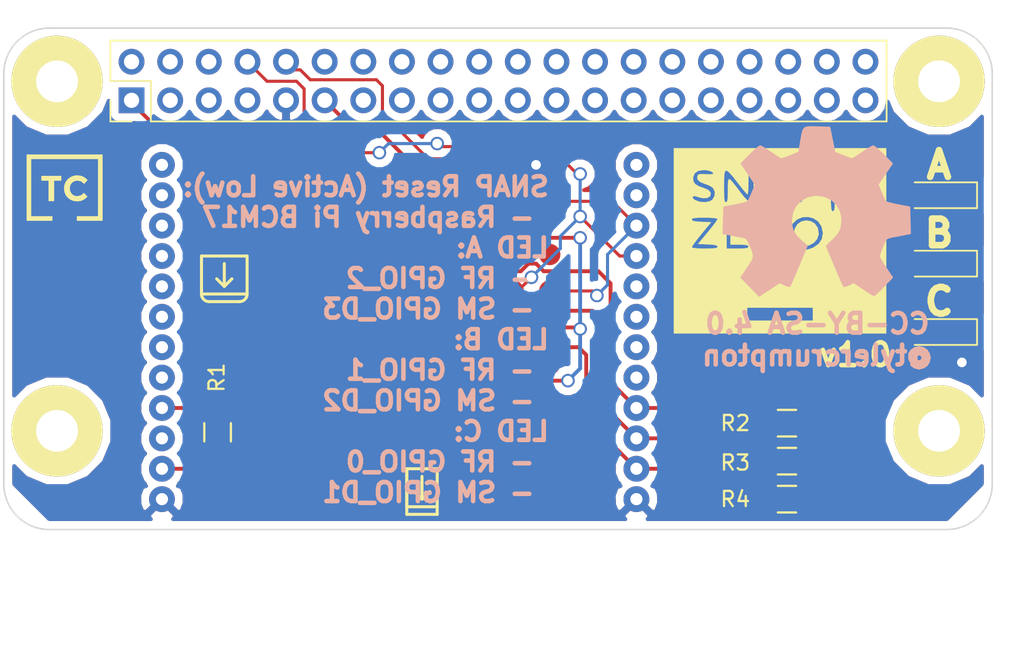
<source format=kicad_pcb>
(kicad_pcb (version 4) (host pcbnew 4.0.3-stable)

  (general
    (links 33)
    (no_connects 0)
    (area 148.449999 74.949999 213.550001 108.050001)
    (thickness 1.6)
    (drawings 30)
    (tracks 124)
    (zones 0)
    (modules 13)
    (nets 12)
  )

  (page A4)
  (layers
    (0 F.Cu signal)
    (31 B.Cu signal)
    (32 B.Adhes user)
    (33 F.Adhes user)
    (34 B.Paste user)
    (35 F.Paste user)
    (36 B.SilkS user)
    (37 F.SilkS user)
    (38 B.Mask user)
    (39 F.Mask user)
    (40 Dwgs.User user)
    (41 Cmts.User user)
    (42 Eco1.User user)
    (43 Eco2.User user)
    (44 Edge.Cuts user)
    (45 Margin user)
    (46 B.CrtYd user hide)
    (47 F.CrtYd user)
    (48 B.Fab user)
    (49 F.Fab user)
  )

  (setup
    (last_trace_width 0.254)
    (trace_clearance 0.2032)
    (zone_clearance 0.508)
    (zone_45_only no)
    (trace_min 0.1524)
    (segment_width 0.2)
    (edge_width 0.1)
    (via_size 0.889)
    (via_drill 0.635)
    (via_min_size 0.889)
    (via_min_drill 0.508)
    (uvia_size 0.508)
    (uvia_drill 0.127)
    (uvias_allowed no)
    (uvia_min_size 0.508)
    (uvia_min_drill 0.127)
    (pcb_text_width 0.3)
    (pcb_text_size 1.5 1.5)
    (mod_edge_width 0.15)
    (mod_text_size 1 1)
    (mod_text_width 0.15)
    (pad_size 1.5 1.5)
    (pad_drill 0.6)
    (pad_to_mask_clearance 0)
    (aux_axis_origin 0 0)
    (visible_elements 7FFFFFFF)
    (pcbplotparams
      (layerselection 0x00030_80000001)
      (usegerberextensions false)
      (excludeedgelayer true)
      (linewidth 0.100000)
      (plotframeref false)
      (viasonmask false)
      (mode 1)
      (useauxorigin false)
      (hpglpennumber 1)
      (hpglpenspeed 20)
      (hpglpendiameter 15)
      (hpglpenoverlay 2)
      (psnegative false)
      (psa4output false)
      (plotreference true)
      (plotvalue true)
      (plotinvisibletext false)
      (padsonsilk false)
      (subtractmaskfromsilk false)
      (outputformat 1)
      (mirror false)
      (drillshape 0)
      (scaleselection 1)
      (outputdirectory ""))
  )

  (net 0 "")
  (net 1 "Net-(D1-Pad2)")
  (net 2 GND)
  (net 3 "Net-(D2-Pad2)")
  (net 4 "Net-(D3-Pad2)")
  (net 5 3v3)
  (net 6 PI_TX)
  (net 7 GPIO_17)
  (net 8 PI_RX)
  (net 9 LED_A)
  (net 10 LED_B)
  (net 11 LED_C)

  (net_class Default "This is the default net class."
    (clearance 0.2032)
    (trace_width 0.254)
    (via_dia 0.889)
    (via_drill 0.635)
    (uvia_dia 0.508)
    (uvia_drill 0.127)
    (add_net 3v3)
    (add_net GND)
    (add_net GPIO_17)
    (add_net LED_A)
    (add_net LED_B)
    (add_net LED_C)
    (add_net "Net-(D1-Pad2)")
    (add_net "Net-(D2-Pad2)")
    (add_net "Net-(D3-Pad2)")
  )

  (net_class Thin ""
    (clearance 0.1524)
    (trace_width 0.2032)
    (via_dia 0.889)
    (via_drill 0.635)
    (uvia_dia 0.508)
    (uvia_drill 0.127)
    (add_net PI_RX)
    (add_net PI_TX)
  )

  (module CrumpPrints:Raspberry_Pi_Zero (layer F.Cu) (tedit 58848E10) (tstamp 5884AAFD)
    (at 148.5011 105.0036)
    (descr "Raspberry Pi Zero Hat Template")
    (tags "rpi Raspberry Pi hat zero")
    (path /588480EC)
    (fp_text reference P1 (at 32 -2) (layer F.SilkS) hide
      (effects (font (size 1 1) (thickness 0.15)))
    )
    (fp_text value CONN_02X20 (at 34.9989 -31.0036) (layer F.Fab)
      (effects (font (size 1 1) (thickness 0.15)))
    )
    (fp_line (start 62 0) (end 3 0) (layer B.CrtYd) (width 0.15))
    (fp_line (start 65 -27) (end 65 -3) (layer B.CrtYd) (width 0.15))
    (fp_line (start 3 -30) (end 62 -30) (layer B.CrtYd) (width 0.15))
    (fp_line (start 0 -3) (end 0 -27) (layer B.CrtYd) (width 0.15))
    (fp_arc (start 62 -3) (end 65 -3) (angle 90) (layer B.CrtYd) (width 0.15))
    (fp_arc (start 3 -3) (end 3 0) (angle 90) (layer B.CrtYd) (width 0.15))
    (fp_arc (start 62 -27) (end 62 -30) (angle 90) (layer B.CrtYd) (width 0.15))
    (fp_arc (start 3 -27) (end 0 -27) (angle 90) (layer B.CrtYd) (width 0.15))
    (fp_line (start 7.13 -23.98) (end 57.93 -23.98) (layer F.Fab) (width 0.1))
    (fp_line (start 57.93 -23.98) (end 57.93 -29.06) (layer F.Fab) (width 0.1))
    (fp_line (start 57.93 -29.06) (end 7.13 -29.06) (layer F.Fab) (width 0.1))
    (fp_line (start 7.13 -29.06) (end 7.13 -23.98) (layer F.Fab) (width 0.1))
    (fp_line (start 9.67 -23.86) (end 58.05 -23.86) (layer F.SilkS) (width 0.12))
    (fp_line (start 58.05 -23.86) (end 58.05 -29.18) (layer F.SilkS) (width 0.12))
    (fp_line (start 58.05 -29.18) (end 7.01 -29.18) (layer F.SilkS) (width 0.12))
    (fp_line (start 7.01 -29.18) (end 7.01 -26.52) (layer F.SilkS) (width 0.12))
    (fp_line (start 7.01 -26.52) (end 9.67 -26.52) (layer F.SilkS) (width 0.12))
    (fp_line (start 9.67 -26.52) (end 9.67 -23.86) (layer F.SilkS) (width 0.12))
    (fp_line (start 8.4 -23.86) (end 7.01 -23.86) (layer F.SilkS) (width 0.12))
    (fp_line (start 7.01 -23.86) (end 7.01 -25.25) (layer F.SilkS) (width 0.12))
    (fp_line (start 6.8 -23.65) (end 58.2 -23.65) (layer F.CrtYd) (width 0.05))
    (fp_line (start 58.2 -23.65) (end 58.2 -29.35) (layer F.CrtYd) (width 0.05))
    (fp_line (start 58.2 -29.35) (end 6.8 -29.35) (layer F.CrtYd) (width 0.05))
    (fp_line (start 6.8 -29.35) (end 6.8 -23.65) (layer F.CrtYd) (width 0.05))
    (pad "" np_thru_hole circle (at 61.5 -3.5) (size 6 6) (drill 2.75) (layers *.Cu *.Mask F.SilkS))
    (pad "" np_thru_hole circle (at 61.5 -26.5) (size 6 6) (drill 2.75) (layers *.Cu *.Mask F.SilkS))
    (pad "" np_thru_hole circle (at 3.5 -26.5) (size 6 6) (drill 2.75) (layers *.Cu *.Mask F.SilkS))
    (pad 1 thru_hole rect (at 8.4 -25.25 90) (size 1.7 1.7) (drill 1) (layers *.Cu *.Mask)
      (net 5 3v3))
    (pad 2 thru_hole oval (at 8.4 -27.79 90) (size 1.7 1.7) (drill 1) (layers *.Cu *.Mask))
    (pad 3 thru_hole oval (at 10.94 -25.25 90) (size 1.7 1.7) (drill 1) (layers *.Cu *.Mask))
    (pad 4 thru_hole oval (at 10.94 -27.79 90) (size 1.7 1.7) (drill 1) (layers *.Cu *.Mask))
    (pad 5 thru_hole oval (at 13.48 -25.25 90) (size 1.7 1.7) (drill 1) (layers *.Cu *.Mask))
    (pad 6 thru_hole oval (at 13.48 -27.79 90) (size 1.7 1.7) (drill 1) (layers *.Cu *.Mask))
    (pad 7 thru_hole oval (at 16.02 -25.25 90) (size 1.7 1.7) (drill 1) (layers *.Cu *.Mask))
    (pad 8 thru_hole oval (at 16.02 -27.79 90) (size 1.7 1.7) (drill 1) (layers *.Cu *.Mask)
      (net 6 PI_TX))
    (pad 9 thru_hole oval (at 18.56 -25.25 90) (size 1.7 1.7) (drill 1) (layers *.Cu *.Mask)
      (net 2 GND))
    (pad 10 thru_hole oval (at 18.56 -27.79 90) (size 1.7 1.7) (drill 1) (layers *.Cu *.Mask)
      (net 8 PI_RX))
    (pad 11 thru_hole oval (at 21.1 -25.25 90) (size 1.7 1.7) (drill 1) (layers *.Cu *.Mask)
      (net 7 GPIO_17))
    (pad 12 thru_hole oval (at 21.1 -27.79 90) (size 1.7 1.7) (drill 1) (layers *.Cu *.Mask))
    (pad 13 thru_hole oval (at 23.64 -25.25 90) (size 1.7 1.7) (drill 1) (layers *.Cu *.Mask))
    (pad 14 thru_hole oval (at 23.64 -27.79 90) (size 1.7 1.7) (drill 1) (layers *.Cu *.Mask))
    (pad 15 thru_hole oval (at 26.18 -25.25 90) (size 1.7 1.7) (drill 1) (layers *.Cu *.Mask))
    (pad 16 thru_hole oval (at 26.18 -27.79 90) (size 1.7 1.7) (drill 1) (layers *.Cu *.Mask))
    (pad 17 thru_hole oval (at 28.72 -25.25 90) (size 1.7 1.7) (drill 1) (layers *.Cu *.Mask))
    (pad 18 thru_hole oval (at 28.72 -27.79 90) (size 1.7 1.7) (drill 1) (layers *.Cu *.Mask))
    (pad 19 thru_hole oval (at 31.26 -25.25 90) (size 1.7 1.7) (drill 1) (layers *.Cu *.Mask))
    (pad 20 thru_hole oval (at 31.26 -27.79 90) (size 1.7 1.7) (drill 1) (layers *.Cu *.Mask))
    (pad 21 thru_hole oval (at 33.8 -25.25 90) (size 1.7 1.7) (drill 1) (layers *.Cu *.Mask))
    (pad 22 thru_hole oval (at 33.8 -27.79 90) (size 1.7 1.7) (drill 1) (layers *.Cu *.Mask))
    (pad 23 thru_hole oval (at 36.34 -25.25 90) (size 1.7 1.7) (drill 1) (layers *.Cu *.Mask))
    (pad 24 thru_hole oval (at 36.34 -27.79 90) (size 1.7 1.7) (drill 1) (layers *.Cu *.Mask))
    (pad 25 thru_hole oval (at 38.88 -25.25 90) (size 1.7 1.7) (drill 1) (layers *.Cu *.Mask))
    (pad 26 thru_hole oval (at 38.88 -27.79 90) (size 1.7 1.7) (drill 1) (layers *.Cu *.Mask))
    (pad 27 thru_hole oval (at 41.42 -25.25 90) (size 1.7 1.7) (drill 1) (layers *.Cu *.Mask))
    (pad 28 thru_hole oval (at 41.42 -27.79 90) (size 1.7 1.7) (drill 1) (layers *.Cu *.Mask))
    (pad 29 thru_hole oval (at 43.96 -25.25 90) (size 1.7 1.7) (drill 1) (layers *.Cu *.Mask))
    (pad 30 thru_hole oval (at 43.96 -27.79 90) (size 1.7 1.7) (drill 1) (layers *.Cu *.Mask))
    (pad 31 thru_hole oval (at 46.5 -25.25 90) (size 1.7 1.7) (drill 1) (layers *.Cu *.Mask))
    (pad 32 thru_hole oval (at 46.5 -27.79 90) (size 1.7 1.7) (drill 1) (layers *.Cu *.Mask))
    (pad 33 thru_hole oval (at 49.04 -25.25 90) (size 1.7 1.7) (drill 1) (layers *.Cu *.Mask))
    (pad 34 thru_hole oval (at 49.04 -27.79 90) (size 1.7 1.7) (drill 1) (layers *.Cu *.Mask))
    (pad 35 thru_hole oval (at 51.58 -25.25 90) (size 1.7 1.7) (drill 1) (layers *.Cu *.Mask))
    (pad 36 thru_hole oval (at 51.58 -27.79 90) (size 1.7 1.7) (drill 1) (layers *.Cu *.Mask))
    (pad 37 thru_hole oval (at 54.12 -25.25 90) (size 1.7 1.7) (drill 1) (layers *.Cu *.Mask))
    (pad 38 thru_hole oval (at 54.12 -27.79 90) (size 1.7 1.7) (drill 1) (layers *.Cu *.Mask))
    (pad 39 thru_hole oval (at 56.66 -25.25 90) (size 1.7 1.7) (drill 1) (layers *.Cu *.Mask))
    (pad 40 thru_hole oval (at 56.66 -27.79 90) (size 1.7 1.7) (drill 1) (layers *.Cu *.Mask))
    (pad "" np_thru_hole circle (at 3.5 -3.5) (size 6 6) (drill 2.75) (layers *.Cu *.Mask F.SilkS))
    (model Pin_Headers.3dshapes/Pin_Header_Straight_2x20_Pitch2.54mm.wrl
      (at (xyz 0.05 -0.95 0))
      (scale (xyz 1 1 1))
      (rotate (xyz 0 0 90))
    )
  )

  (module LEDs:LED_1206 (layer F.Cu) (tedit 58851A97) (tstamp 5884AA8B)
    (at 210 95 180)
    (descr "LED 1206 smd package")
    (tags "LED led 1206 SMD smd SMT smt smdled SMDLED smtled SMTLED")
    (path /588322BD)
    (attr smd)
    (fp_text reference D3 (at -4.5 0 180) (layer F.Fab)
      (effects (font (size 1 1) (thickness 0.15)))
    )
    (fp_text value C (at 0 2 180) (layer F.SilkS)
      (effects (font (size 1.75 1.75) (thickness 0.4375)))
    )
    (fp_line (start -2.5 -0.85) (end -2.5 0.85) (layer F.SilkS) (width 0.12))
    (fp_line (start -0.45 -0.4) (end -0.45 0.4) (layer F.Fab) (width 0.1))
    (fp_line (start -0.4 0) (end 0.2 -0.4) (layer F.Fab) (width 0.1))
    (fp_line (start 0.2 0.4) (end -0.4 0) (layer F.Fab) (width 0.1))
    (fp_line (start 0.2 -0.4) (end 0.2 0.4) (layer F.Fab) (width 0.1))
    (fp_line (start 1.6 0.8) (end -1.6 0.8) (layer F.Fab) (width 0.1))
    (fp_line (start 1.6 -0.8) (end 1.6 0.8) (layer F.Fab) (width 0.1))
    (fp_line (start -1.6 -0.8) (end 1.6 -0.8) (layer F.Fab) (width 0.1))
    (fp_line (start -1.6 0.8) (end -1.6 -0.8) (layer F.Fab) (width 0.1))
    (fp_line (start -2.45 0.85) (end 1.6 0.85) (layer F.SilkS) (width 0.12))
    (fp_line (start -2.45 -0.85) (end 1.6 -0.85) (layer F.SilkS) (width 0.12))
    (fp_line (start 2.65 -1) (end 2.65 1) (layer F.CrtYd) (width 0.05))
    (fp_line (start 2.65 1) (end -2.65 1) (layer F.CrtYd) (width 0.05))
    (fp_line (start -2.65 1) (end -2.65 -1) (layer F.CrtYd) (width 0.05))
    (fp_line (start -2.65 -1) (end 2.65 -1) (layer F.CrtYd) (width 0.05))
    (pad 2 smd rect (at 1.65 0) (size 1.5 1.5) (layers F.Cu F.Paste F.Mask)
      (net 4 "Net-(D3-Pad2)"))
    (pad 1 smd rect (at -1.65 0) (size 1.5 1.5) (layers F.Cu F.Paste F.Mask)
      (net 2 GND))
    (model LEDs.3dshapes/LED_1206.wrl
      (at (xyz 0 0 0))
      (scale (xyz 1 1 1))
      (rotate (xyz 0 0 180))
    )
  )

  (module LEDs:LED_1206 (layer F.Cu) (tedit 58851A93) (tstamp 5884AAA0)
    (at 210 90.5 180)
    (descr "LED 1206 smd package")
    (tags "LED led 1206 SMD smd SMT smt smdled SMDLED smtled SMTLED")
    (path /58832292)
    (attr smd)
    (fp_text reference D2 (at -4.5 0 180) (layer F.Fab)
      (effects (font (size 1 1) (thickness 0.15)))
    )
    (fp_text value B (at 0 2 180) (layer F.SilkS)
      (effects (font (size 1.75 1.75) (thickness 0.4375)))
    )
    (fp_line (start -2.5 -0.85) (end -2.5 0.85) (layer F.SilkS) (width 0.12))
    (fp_line (start -0.45 -0.4) (end -0.45 0.4) (layer F.Fab) (width 0.1))
    (fp_line (start -0.4 0) (end 0.2 -0.4) (layer F.Fab) (width 0.1))
    (fp_line (start 0.2 0.4) (end -0.4 0) (layer F.Fab) (width 0.1))
    (fp_line (start 0.2 -0.4) (end 0.2 0.4) (layer F.Fab) (width 0.1))
    (fp_line (start 1.6 0.8) (end -1.6 0.8) (layer F.Fab) (width 0.1))
    (fp_line (start 1.6 -0.8) (end 1.6 0.8) (layer F.Fab) (width 0.1))
    (fp_line (start -1.6 -0.8) (end 1.6 -0.8) (layer F.Fab) (width 0.1))
    (fp_line (start -1.6 0.8) (end -1.6 -0.8) (layer F.Fab) (width 0.1))
    (fp_line (start -2.45 0.85) (end 1.6 0.85) (layer F.SilkS) (width 0.12))
    (fp_line (start -2.45 -0.85) (end 1.6 -0.85) (layer F.SilkS) (width 0.12))
    (fp_line (start 2.65 -1) (end 2.65 1) (layer F.CrtYd) (width 0.05))
    (fp_line (start 2.65 1) (end -2.65 1) (layer F.CrtYd) (width 0.05))
    (fp_line (start -2.65 1) (end -2.65 -1) (layer F.CrtYd) (width 0.05))
    (fp_line (start -2.65 -1) (end 2.65 -1) (layer F.CrtYd) (width 0.05))
    (pad 2 smd rect (at 1.65 0) (size 1.5 1.5) (layers F.Cu F.Paste F.Mask)
      (net 3 "Net-(D2-Pad2)"))
    (pad 1 smd rect (at -1.65 0) (size 1.5 1.5) (layers F.Cu F.Paste F.Mask)
      (net 2 GND))
    (model LEDs.3dshapes/LED_1206.wrl
      (at (xyz 0 0 0))
      (scale (xyz 1 1 1))
      (rotate (xyz 0 0 180))
    )
  )

  (module LEDs:LED_1206 (layer F.Cu) (tedit 58851A8C) (tstamp 5884AAB5)
    (at 210 86 180)
    (descr "LED 1206 smd package")
    (tags "LED led 1206 SMD smd SMT smt smdled SMDLED smtled SMTLED")
    (path /58832239)
    (attr smd)
    (fp_text reference D1 (at -4.5 0 180) (layer F.Fab)
      (effects (font (size 1 1) (thickness 0.15)))
    )
    (fp_text value A (at 0 2 180) (layer F.SilkS)
      (effects (font (size 1.75 1.75) (thickness 0.4375)))
    )
    (fp_line (start -2.5 -0.85) (end -2.5 0.85) (layer F.SilkS) (width 0.12))
    (fp_line (start -0.45 -0.4) (end -0.45 0.4) (layer F.Fab) (width 0.1))
    (fp_line (start -0.4 0) (end 0.2 -0.4) (layer F.Fab) (width 0.1))
    (fp_line (start 0.2 0.4) (end -0.4 0) (layer F.Fab) (width 0.1))
    (fp_line (start 0.2 -0.4) (end 0.2 0.4) (layer F.Fab) (width 0.1))
    (fp_line (start 1.6 0.8) (end -1.6 0.8) (layer F.Fab) (width 0.1))
    (fp_line (start 1.6 -0.8) (end 1.6 0.8) (layer F.Fab) (width 0.1))
    (fp_line (start -1.6 -0.8) (end 1.6 -0.8) (layer F.Fab) (width 0.1))
    (fp_line (start -1.6 0.8) (end -1.6 -0.8) (layer F.Fab) (width 0.1))
    (fp_line (start -2.45 0.85) (end 1.6 0.85) (layer F.SilkS) (width 0.12))
    (fp_line (start -2.45 -0.85) (end 1.6 -0.85) (layer F.SilkS) (width 0.12))
    (fp_line (start 2.65 -1) (end 2.65 1) (layer F.CrtYd) (width 0.05))
    (fp_line (start 2.65 1) (end -2.65 1) (layer F.CrtYd) (width 0.05))
    (fp_line (start -2.65 1) (end -2.65 -1) (layer F.CrtYd) (width 0.05))
    (fp_line (start -2.65 -1) (end 2.65 -1) (layer F.CrtYd) (width 0.05))
    (pad 2 smd rect (at 1.65 0) (size 1.5 1.5) (layers F.Cu F.Paste F.Mask)
      (net 1 "Net-(D1-Pad2)"))
    (pad 1 smd rect (at -1.65 0) (size 1.5 1.5) (layers F.Cu F.Paste F.Mask)
      (net 2 GND))
    (model LEDs.3dshapes/LED_1206.wrl
      (at (xyz 0 0 0))
      (scale (xyz 1 1 1))
      (rotate (xyz 0 0 180))
    )
  )

  (module Resistors_SMD:R_0805_HandSoldering (layer F.Cu) (tedit 5884898F) (tstamp 5884AB0D)
    (at 162.56 101.6 270)
    (descr "Resistor SMD 0805, hand soldering")
    (tags "resistor 0805")
    (path /5882FE0A)
    (attr smd)
    (fp_text reference R1 (at -3.6 0.06 270) (layer F.SilkS)
      (effects (font (size 1 1) (thickness 0.15)))
    )
    (fp_text value 10k (at 0 2.1 270) (layer F.Fab)
      (effects (font (size 1 1) (thickness 0.15)))
    )
    (fp_line (start -1 0.625) (end -1 -0.625) (layer F.Fab) (width 0.1))
    (fp_line (start 1 0.625) (end -1 0.625) (layer F.Fab) (width 0.1))
    (fp_line (start 1 -0.625) (end 1 0.625) (layer F.Fab) (width 0.1))
    (fp_line (start -1 -0.625) (end 1 -0.625) (layer F.Fab) (width 0.1))
    (fp_line (start -2.4 -1) (end 2.4 -1) (layer F.CrtYd) (width 0.05))
    (fp_line (start -2.4 1) (end 2.4 1) (layer F.CrtYd) (width 0.05))
    (fp_line (start -2.4 -1) (end -2.4 1) (layer F.CrtYd) (width 0.05))
    (fp_line (start 2.4 -1) (end 2.4 1) (layer F.CrtYd) (width 0.05))
    (fp_line (start 0.6 0.875) (end -0.6 0.875) (layer F.SilkS) (width 0.15))
    (fp_line (start -0.6 -0.875) (end 0.6 -0.875) (layer F.SilkS) (width 0.15))
    (pad 1 smd rect (at -1.35 0 270) (size 1.5 1.3) (layers F.Cu F.Paste F.Mask)
      (net 5 3v3))
    (pad 2 smd rect (at 1.35 0 270) (size 1.5 1.3) (layers F.Cu F.Paste F.Mask)
      (net 7 GPIO_17))
    (model Resistors_SMD.3dshapes/R_0805_HandSoldering.wrl
      (at (xyz 0 0 0))
      (scale (xyz 1 1 1))
      (rotate (xyz 0 0 0))
    )
  )

  (module Resistors_SMD:R_0805_HandSoldering (layer F.Cu) (tedit 5884FD59) (tstamp 5884AB1D)
    (at 200 101)
    (descr "Resistor SMD 0805, hand soldering")
    (tags "resistor 0805")
    (path /588323E8)
    (attr smd)
    (fp_text reference R2 (at -3.4 0) (layer F.SilkS)
      (effects (font (size 1 1) (thickness 0.15)))
    )
    (fp_text value 1k (at 3.4 0) (layer F.Fab)
      (effects (font (size 1 1) (thickness 0.15)))
    )
    (fp_line (start -1 0.625) (end -1 -0.625) (layer F.Fab) (width 0.1))
    (fp_line (start 1 0.625) (end -1 0.625) (layer F.Fab) (width 0.1))
    (fp_line (start 1 -0.625) (end 1 0.625) (layer F.Fab) (width 0.1))
    (fp_line (start -1 -0.625) (end 1 -0.625) (layer F.Fab) (width 0.1))
    (fp_line (start -2.4 -1) (end 2.4 -1) (layer F.CrtYd) (width 0.05))
    (fp_line (start -2.4 1) (end 2.4 1) (layer F.CrtYd) (width 0.05))
    (fp_line (start -2.4 -1) (end -2.4 1) (layer F.CrtYd) (width 0.05))
    (fp_line (start 2.4 -1) (end 2.4 1) (layer F.CrtYd) (width 0.05))
    (fp_line (start 0.6 0.875) (end -0.6 0.875) (layer F.SilkS) (width 0.15))
    (fp_line (start -0.6 -0.875) (end 0.6 -0.875) (layer F.SilkS) (width 0.15))
    (pad 1 smd rect (at -1.35 0) (size 1.5 1.3) (layers F.Cu F.Paste F.Mask)
      (net 9 LED_A))
    (pad 2 smd rect (at 1.35 0) (size 1.5 1.3) (layers F.Cu F.Paste F.Mask)
      (net 1 "Net-(D1-Pad2)"))
    (model Resistors_SMD.3dshapes/R_0805_HandSoldering.wrl
      (at (xyz 0 0 0))
      (scale (xyz 1 1 1))
      (rotate (xyz 0 0 0))
    )
  )

  (module Resistors_SMD:R_0805_HandSoldering (layer F.Cu) (tedit 5884FD58) (tstamp 5884AB2D)
    (at 200 103.5 180)
    (descr "Resistor SMD 0805, hand soldering")
    (tags "resistor 0805")
    (path /58832419)
    (attr smd)
    (fp_text reference R3 (at 3.4 -0.1 180) (layer F.SilkS)
      (effects (font (size 1 1) (thickness 0.15)))
    )
    (fp_text value 1k (at -3.4 -0.1 180) (layer F.Fab)
      (effects (font (size 1 1) (thickness 0.15)))
    )
    (fp_line (start -1 0.625) (end -1 -0.625) (layer F.Fab) (width 0.1))
    (fp_line (start 1 0.625) (end -1 0.625) (layer F.Fab) (width 0.1))
    (fp_line (start 1 -0.625) (end 1 0.625) (layer F.Fab) (width 0.1))
    (fp_line (start -1 -0.625) (end 1 -0.625) (layer F.Fab) (width 0.1))
    (fp_line (start -2.4 -1) (end 2.4 -1) (layer F.CrtYd) (width 0.05))
    (fp_line (start -2.4 1) (end 2.4 1) (layer F.CrtYd) (width 0.05))
    (fp_line (start -2.4 -1) (end -2.4 1) (layer F.CrtYd) (width 0.05))
    (fp_line (start 2.4 -1) (end 2.4 1) (layer F.CrtYd) (width 0.05))
    (fp_line (start 0.6 0.875) (end -0.6 0.875) (layer F.SilkS) (width 0.15))
    (fp_line (start -0.6 -0.875) (end 0.6 -0.875) (layer F.SilkS) (width 0.15))
    (pad 1 smd rect (at -1.35 0 180) (size 1.5 1.3) (layers F.Cu F.Paste F.Mask)
      (net 3 "Net-(D2-Pad2)"))
    (pad 2 smd rect (at 1.35 0 180) (size 1.5 1.3) (layers F.Cu F.Paste F.Mask)
      (net 10 LED_B))
    (model Resistors_SMD.3dshapes/R_0805_HandSoldering.wrl
      (at (xyz 0 0 0))
      (scale (xyz 1 1 1))
      (rotate (xyz 0 0 0))
    )
  )

  (module Resistors_SMD:R_0805_HandSoldering (layer F.Cu) (tedit 5884FD5E) (tstamp 5884AB3D)
    (at 200 106 180)
    (descr "Resistor SMD 0805, hand soldering")
    (tags "resistor 0805")
    (path /58832450)
    (attr smd)
    (fp_text reference R4 (at 3.4 0 180) (layer F.SilkS)
      (effects (font (size 1 1) (thickness 0.15)))
    )
    (fp_text value 1k (at -3.2 0 180) (layer F.Fab)
      (effects (font (size 1 1) (thickness 0.15)))
    )
    (fp_line (start -1 0.625) (end -1 -0.625) (layer F.Fab) (width 0.1))
    (fp_line (start 1 0.625) (end -1 0.625) (layer F.Fab) (width 0.1))
    (fp_line (start 1 -0.625) (end 1 0.625) (layer F.Fab) (width 0.1))
    (fp_line (start -1 -0.625) (end 1 -0.625) (layer F.Fab) (width 0.1))
    (fp_line (start -2.4 -1) (end 2.4 -1) (layer F.CrtYd) (width 0.05))
    (fp_line (start -2.4 1) (end 2.4 1) (layer F.CrtYd) (width 0.05))
    (fp_line (start -2.4 -1) (end -2.4 1) (layer F.CrtYd) (width 0.05))
    (fp_line (start 2.4 -1) (end 2.4 1) (layer F.CrtYd) (width 0.05))
    (fp_line (start 0.6 0.875) (end -0.6 0.875) (layer F.SilkS) (width 0.15))
    (fp_line (start -0.6 -0.875) (end 0.6 -0.875) (layer F.SilkS) (width 0.15))
    (pad 1 smd rect (at -1.35 0 180) (size 1.5 1.3) (layers F.Cu F.Paste F.Mask)
      (net 4 "Net-(D3-Pad2)"))
    (pad 2 smd rect (at 1.35 0 180) (size 1.5 1.3) (layers F.Cu F.Paste F.Mask)
      (net 11 LED_C))
    (model Resistors_SMD.3dshapes/R_0805_HandSoldering.wrl
      (at (xyz 0 0 0))
      (scale (xyz 1 1 1))
      (rotate (xyz 0 0 0))
    )
  )

  (module CrumpPrints:RF200_nosilk (layer F.Cu) (tedit 58848E41) (tstamp 5884AB64)
    (at 174.5 95 180)
    (path /5882FC27)
    (fp_text reference U1 (at 6.5 -17 180) (layer F.SilkS) hide
      (effects (font (size 1.5 1.5) (thickness 0.15)))
    )
    (fp_text value RF200 (at -4 -17 180) (layer F.SilkS) hide
      (effects (font (size 1.5 1.5) (thickness 0.15)))
    )
    (fp_line (start -18.000001 -15) (end 17.999999 -15) (layer Dwgs.User) (width 0.15))
    (fp_line (start 17.999999 -17) (end -18.000001 -17) (layer Dwgs.User) (width 0.15))
    (fp_line (start -14.000001 -21) (end 13.999999 -21) (layer Dwgs.User) (width 0.15))
    (fp_arc (start 13.999999 -17) (end 13.999999 -21) (angle 90) (layer Dwgs.User) (width 0.15))
    (fp_arc (start -14.000001 -17) (end -18.000001 -17) (angle 90) (layer Dwgs.User) (width 0.15))
    (fp_line (start -18.000001 -13) (end -18.000001 -17) (layer Dwgs.User) (width 0.15))
    (fp_line (start 17.999999 -13) (end 17.999999 -17) (layer Dwgs.User) (width 0.15))
    (fp_line (start 17.999999 13) (end 17.999999 -13) (layer Dwgs.User) (width 0.15))
    (fp_line (start 17.999999 -13) (end -18.000001 -13) (layer Dwgs.User) (width 0.15))
    (fp_line (start -18.000001 -13) (end -18.000001 13) (layer Dwgs.User) (width 0.15))
    (fp_line (start -18.000001 13) (end 17.999999 13) (layer Dwgs.User) (width 0.15))
    (pad 1 thru_hole circle (at -15.6 -11 180) (size 1.7018 1.7018) (drill 0.800001) (layers *.Cu *.Mask)
      (net 2 GND))
    (pad 2 thru_hole circle (at -15.6 -9 180) (size 1.7018 1.7018) (drill 0.800001) (layers *.Cu *.Mask)
      (net 11 LED_C))
    (pad 3 thru_hole circle (at -15.6 -7 180) (size 1.7018 1.7018) (drill 0.800001) (layers *.Cu *.Mask)
      (net 10 LED_B))
    (pad 4 thru_hole circle (at -15.6 -5 180) (size 1.7018 1.7018) (drill 0.800001) (layers *.Cu *.Mask)
      (net 9 LED_A))
    (pad 5 thru_hole circle (at -15.6 -3 180) (size 1.7018 1.7018) (drill 0.800001) (layers *.Cu *.Mask))
    (pad 6 thru_hole circle (at -15.6 -1 180) (size 1.7018 1.7018) (drill 0.800001) (layers *.Cu *.Mask))
    (pad 7 thru_hole circle (at -15.6 1 180) (size 1.7018 1.7018) (drill 0.800001) (layers *.Cu *.Mask))
    (pad 8 thru_hole circle (at -15.6 3 180) (size 1.7018 1.7018) (drill 0.800001) (layers *.Cu *.Mask))
    (pad 9 thru_hole circle (at -15.6 5 180) (size 1.7018 1.7018) (drill 0.800001) (layers *.Cu *.Mask)
      (net 6 PI_TX))
    (pad 10 thru_hole circle (at -15.6 7 180) (size 1.7018 1.7018) (drill 0.800001) (layers *.Cu *.Mask)
      (net 8 PI_RX))
    (pad 11 thru_hole circle (at -15.6 9 180) (size 1.7018 1.7018) (drill 0.800001) (layers *.Cu *.Mask))
    (pad 12 thru_hole circle (at -15.6 11 180) (size 1.7018 1.7018) (drill 0.800001) (layers *.Cu *.Mask))
    (pad 13 thru_hole circle (at 15.6 11 180) (size 1.7018 1.7018) (drill 0.800001) (layers *.Cu *.Mask))
    (pad 14 thru_hole circle (at 15.6 9 180) (size 1.7018 1.7018) (drill 0.800001) (layers *.Cu *.Mask))
    (pad 15 thru_hole circle (at 15.6 7 180) (size 1.7018 1.7018) (drill 0.800001) (layers *.Cu *.Mask))
    (pad 16 thru_hole circle (at 15.6 5 180) (size 1.7018 1.7018) (drill 0.800001) (layers *.Cu *.Mask))
    (pad 17 thru_hole circle (at 15.6 3 180) (size 1.7018 1.7018) (drill 0.800001) (layers *.Cu *.Mask))
    (pad 18 thru_hole circle (at 15.6 1 180) (size 1.7018 1.7018) (drill 0.800001) (layers *.Cu *.Mask))
    (pad 19 thru_hole circle (at 15.6 -1 180) (size 1.7018 1.7018) (drill 0.800001) (layers *.Cu *.Mask))
    (pad 20 thru_hole circle (at 15.6 -3 180) (size 1.7018 1.7018) (drill 0.800001) (layers *.Cu *.Mask))
    (pad 21 thru_hole circle (at 15.6 -5 180) (size 1.7018 1.7018) (drill 0.800001) (layers *.Cu *.Mask)
      (net 5 3v3))
    (pad 22 thru_hole circle (at 15.6 -7 180) (size 1.7018 1.7018) (drill 0.800001) (layers *.Cu *.Mask))
    (pad 23 thru_hole circle (at 15.6 -9 180) (size 1.7018 1.7018) (drill 0.800001) (layers *.Cu *.Mask)
      (net 7 GPIO_17))
    (pad 24 thru_hole circle (at 15.6 -11 180) (size 1.7018 1.7018) (drill 0.800001) (layers *.Cu *.Mask)
      (net 2 GND))
  )

  (module CrumpPrints:SM200_nosilk (layer F.Cu) (tedit 58848E2C) (tstamp 5884ABB3)
    (at 176 93.5 180)
    (path /5882FC60)
    (fp_text reference U2 (at 7 -12 180) (layer F.SilkS) hide
      (effects (font (size 1.2 1.2) (thickness 0.2)))
    )
    (fp_text value SM220UF1 (at -3 -12 180) (layer F.SilkS) hide
      (effects (font (size 1.2 1.2) (thickness 0.2)))
    )
    (fp_line (start 2 -20.4) (end 7.7 -14.7) (layer Dwgs.User) (width 0.2))
    (fp_line (start -3.7 -20.4) (end 2 -14.7) (layer Dwgs.User) (width 0.2))
    (fp_line (start -9.4 -20.4) (end -3.7 -14.7) (layer Dwgs.User) (width 0.2))
    (fp_line (start -9.4 -14.7) (end 9.4 -14.7) (layer Dwgs.User) (width 0.2))
    (fp_line (start 9.4 -9.4) (end 9.4 -20.4) (layer Dwgs.User) (width 0.2))
    (fp_line (start 9.4 -20.4) (end -9.4 -20.4) (layer Dwgs.User) (width 0.2))
    (fp_line (start -9.4 -20.4) (end -9.4 -9.4) (layer Dwgs.User) (width 0.2))
    (fp_line (start 9.4 8.4) (end 8.4 9.4) (layer Dwgs.User) (width 0.2))
    (fp_line (start 8.4 9.4) (end -9.4 9.4) (layer Dwgs.User) (width 0.2))
    (fp_line (start -9.4 9.4) (end -9.4 -9.4) (layer Dwgs.User) (width 0.2))
    (fp_line (start 9.4 -9.4) (end 9.4 8.4) (layer Dwgs.User) (width 0.2))
    (pad A1 smd rect (at 8.4 8.4 270) (size 1.4 1.4) (layers F.Cu F.Paste F.Mask)
      (net 2 GND))
    (pad B1 smd circle (at 6 8.4 270) (size 1.4 1.4) (layers F.Cu F.Paste F.Mask))
    (pad C1 smd circle (at 3.6 8.4 270) (size 1.4 1.4) (layers F.Cu F.Paste F.Mask))
    (pad D1 smd circle (at 1.2 8.4 270) (size 1.4 1.4) (layers F.Cu F.Paste F.Mask)
      (net 11 LED_C))
    (pad E1 smd circle (at -1.2 8.4 270) (size 1.4 1.4) (layers F.Cu F.Paste F.Mask))
    (pad F1 smd circle (at -3.6 8.4 270) (size 1.4 1.4) (layers F.Cu F.Paste F.Mask))
    (pad G1 smd circle (at -6 8.4 270) (size 1.4 1.4) (layers F.Cu F.Paste F.Mask))
    (pad H1 smd circle (at -8.4 8.4 270) (size 1.4 1.4) (layers F.Cu F.Paste F.Mask)
      (net 2 GND))
    (pad A2 smd circle (at 8.4 6 270) (size 1.4 1.4) (layers F.Cu F.Paste F.Mask)
      (net 5 3v3))
    (pad B2 smd circle (at 6 6 270) (size 1.4 1.4) (layers F.Cu F.Paste F.Mask))
    (pad C2 smd circle (at 3.6 6 270) (size 1.4 1.4) (layers F.Cu F.Paste F.Mask))
    (pad D2 smd circle (at 1.2 6 270) (size 1.4 1.4) (layers F.Cu F.Paste F.Mask)
      (net 10 LED_B))
    (pad E2 smd circle (at -1.2 6 270) (size 1.4 1.4) (layers F.Cu F.Paste F.Mask))
    (pad F2 smd circle (at -3.6 6 270) (size 1.4 1.4) (layers F.Cu F.Paste F.Mask))
    (pad G2 smd circle (at -6 6 270) (size 1.4 1.4) (layers F.Cu F.Paste F.Mask))
    (pad H2 smd circle (at -8.4 6 270) (size 1.4 1.4) (layers F.Cu F.Paste F.Mask))
    (pad A3 smd circle (at 8.4 3.6 270) (size 1.4 1.4) (layers F.Cu F.Paste F.Mask)
      (net 5 3v3))
    (pad B3 smd circle (at 6 3.6 270) (size 1.4 1.4) (layers F.Cu F.Paste F.Mask))
    (pad C3 smd circle (at 3.6 3.6 270) (size 1.4 1.4) (layers F.Cu F.Paste F.Mask))
    (pad D3 smd circle (at 1.2 3.6 270) (size 1.4 1.4) (layers F.Cu F.Paste F.Mask)
      (net 9 LED_A))
    (pad E3 smd circle (at -1.2 3.6 270) (size 1.4 1.4) (layers F.Cu F.Paste F.Mask))
    (pad F3 smd circle (at -3.6 3.6 270) (size 1.4 1.4) (layers F.Cu F.Paste F.Mask))
    (pad G3 smd circle (at -6 3.6 270) (size 1.4 1.4) (layers F.Cu F.Paste F.Mask))
    (pad H3 smd circle (at -8.4 3.6 270) (size 1.4 1.4) (layers F.Cu F.Paste F.Mask))
    (pad A4 smd circle (at 8.4 1.2 270) (size 1.4 1.4) (layers F.Cu F.Paste F.Mask))
    (pad B4 smd circle (at 6 1.2 270) (size 1.4 1.4) (layers F.Cu F.Paste F.Mask))
    (pad C4 smd circle (at 3.6 1.2 270) (size 1.4 1.4) (layers F.Cu F.Paste F.Mask))
    (pad D4 smd circle (at 1.2 1.2 270) (size 1.4 1.4) (layers F.Cu F.Paste F.Mask))
    (pad E4 smd circle (at -1.2 1.2 270) (size 1.4 1.4) (layers F.Cu F.Paste F.Mask))
    (pad F4 smd circle (at -3.6 1.2 270) (size 1.4 1.4) (layers F.Cu F.Paste F.Mask))
    (pad G4 smd circle (at -6 1.2 270) (size 1.4 1.4) (layers F.Cu F.Paste F.Mask)
      (net 6 PI_TX))
    (pad H4 smd circle (at -8.4 1.2 270) (size 1.4 1.4) (layers F.Cu F.Paste F.Mask)
      (net 8 PI_RX))
    (pad A5 smd circle (at 8.4 -1.2 270) (size 1.4 1.4) (layers F.Cu F.Paste F.Mask))
    (pad B5 smd circle (at 6 -1.2 270) (size 1.4 1.4) (layers F.Cu F.Paste F.Mask))
    (pad C5 smd circle (at 3.6 -1.2 270) (size 1.4 1.4) (layers F.Cu F.Paste F.Mask))
    (pad D5 smd circle (at 1.2 -1.2 270) (size 1.4 1.4) (layers F.Cu F.Paste F.Mask))
    (pad E5 smd circle (at -1.2 -1.2 270) (size 1.4 1.4) (layers F.Cu F.Paste F.Mask))
    (pad F5 smd circle (at -3.6 -1.2 270) (size 1.4 1.4) (layers F.Cu F.Paste F.Mask))
    (pad G5 smd circle (at -6 -1.2 270) (size 1.4 1.4) (layers F.Cu F.Paste F.Mask))
    (pad H5 smd circle (at -8.4 -1.2 270) (size 1.4 1.4) (layers F.Cu F.Paste F.Mask)
      (net 7 GPIO_17))
    (pad A6 smd circle (at 8.4 -3.6 270) (size 1.4 1.4) (layers F.Cu F.Paste F.Mask))
    (pad B6 smd circle (at 6 -3.6 270) (size 1.4 1.4) (layers F.Cu F.Paste F.Mask))
    (pad C6 smd circle (at 3.6 -3.6 270) (size 1.4 1.4) (layers F.Cu F.Paste F.Mask))
    (pad D6 smd circle (at 1.2 -3.6 270) (size 1.4 1.4) (layers F.Cu F.Paste F.Mask))
    (pad E6 smd circle (at -1.2 -3.6 270) (size 1.4 1.4) (layers F.Cu F.Paste F.Mask))
    (pad F6 smd circle (at -3.6 -3.6 270) (size 1.4 1.4) (layers F.Cu F.Paste F.Mask))
    (pad G6 smd circle (at -6 -3.6 270) (size 1.4 1.4) (layers F.Cu F.Paste F.Mask))
    (pad H6 smd circle (at -8.4 -3.6 270) (size 1.4 1.4) (layers F.Cu F.Paste F.Mask))
    (pad A7 smd circle (at 8.4 -6 270) (size 1.4 1.4) (layers F.Cu F.Paste F.Mask))
    (pad B7 smd circle (at 6 -6 270) (size 1.4 1.4) (layers F.Cu F.Paste F.Mask))
    (pad C7 smd circle (at 3.6 -6 270) (size 1.4 1.4) (layers F.Cu F.Paste F.Mask))
    (pad D7 smd circle (at 1.2 -6 270) (size 1.4 1.4) (layers F.Cu F.Paste F.Mask))
    (pad E7 smd circle (at -1.2 -6 270) (size 1.4 1.4) (layers F.Cu F.Paste F.Mask))
    (pad F7 smd circle (at -3.6 -6 270) (size 1.4 1.4) (layers F.Cu F.Paste F.Mask))
    (pad G7 smd circle (at -6 -6 270) (size 1.4 1.4) (layers F.Cu F.Paste F.Mask))
    (pad H7 smd circle (at -8.4 -6 270) (size 1.4 1.4) (layers F.Cu F.Paste F.Mask))
    (pad A8 smd circle (at 8.4 -8.4 270) (size 1.4 1.4) (layers F.Cu F.Paste F.Mask)
      (net 2 GND))
    (pad B8 smd circle (at 6 -8.4 270) (size 1.4 1.4) (layers F.Cu F.Paste F.Mask)
      (net 2 GND))
    (pad C8 smd circle (at 3.6 -8.4 270) (size 1.4 1.4) (layers F.Cu F.Paste F.Mask))
    (pad D8 smd circle (at 1.2 -8.4 270) (size 1.4 1.4) (layers F.Cu F.Paste F.Mask)
      (net 2 GND))
    (pad E8 smd circle (at -1.2 -8.4 270) (size 1.4 1.4) (layers F.Cu F.Paste F.Mask))
    (pad F8 smd circle (at -3.6 -8.4 270) (size 1.4 1.4) (layers F.Cu F.Paste F.Mask)
      (net 2 GND))
    (pad G8 smd circle (at -6 -8.4 270) (size 1.4 1.4) (layers F.Cu F.Paste F.Mask)
      (net 2 GND))
    (pad H8 smd circle (at -8.4 -8.4 270) (size 1.4 1.4) (layers F.Cu F.Paste F.Mask)
      (net 2 GND))
  )

  (module CrumpPrintSymbols:Symbol_OSHW-Logo_12.5mm_NoText_Silkscreen (layer B.Cu) (tedit 54F93AD9) (tstamp 5884B5F0)
    (at 202 87 180)
    (fp_text reference G*** (at 0 0 180) (layer B.SilkS) hide
      (effects (font (thickness 0.3)) (justify mirror))
    )
    (fp_text value LOGO (at 0.75 0 180) (layer B.SilkS) hide
      (effects (font (thickness 0.3)) (justify mirror))
    )
    (fp_poly (pts (xy 6.186444 -1.510795) (xy 5.739055 -1.598946) (xy 5.407619 -1.66271) (xy 5.083407 -1.72269)
      (xy 4.964541 -1.743777) (xy 4.770372 -1.792122) (xy 4.639717 -1.882689) (xy 4.527433 -2.059029)
      (xy 4.437704 -2.252043) (xy 4.282738 -2.614376) (xy 4.201874 -2.87563) (xy 4.199782 -3.089168)
      (xy 4.281135 -3.308355) (xy 4.450602 -3.586557) (xy 4.570131 -3.764897) (xy 5.006375 -4.411382)
      (xy 4.416979 -5.016138) (xy 3.827584 -5.620893) (xy 3.152085 -5.177415) (xy 2.476586 -4.733937)
      (xy 2.170689 -4.879809) (xy 1.96805 -4.961694) (xy 1.837057 -4.987377) (xy 1.820353 -4.981242)
      (xy 1.774541 -4.891911) (xy 1.675942 -4.672863) (xy 1.536255 -4.350958) (xy 1.367177 -3.953053)
      (xy 1.232971 -3.632568) (xy 0.690029 -2.328333) (xy 1.066889 -2.002357) (xy 1.408976 -1.657933)
      (xy 1.614569 -1.315009) (xy 1.708301 -0.923012) (xy 1.721118 -0.659281) (xy 1.644396 -0.14112)
      (xy 1.427912 0.30732) (xy 1.093668 0.663905) (xy 0.663664 0.906504) (xy 0.159904 1.012983)
      (xy 0.055747 1.016) (xy -0.470501 0.94035) (xy -0.919998 0.728237) (xy -1.275002 0.401916)
      (xy -1.517769 -0.016356) (xy -1.630559 -0.504323) (xy -1.595628 -1.039729) (xy -1.593 -1.052173)
      (xy -1.512786 -1.321452) (xy -1.379524 -1.554837) (xy -1.157097 -1.810103) (xy -1.056396 -1.910529)
      (xy -0.610517 -2.345846) (xy -1.151871 -3.642313) (xy -1.334817 -4.07696) (xy -1.496677 -4.454953)
      (xy -1.625708 -4.749392) (xy -1.710173 -4.933377) (xy -1.736676 -4.982231) (xy -1.832647 -4.97664)
      (xy -2.019586 -4.90985) (xy -2.090349 -4.877747) (xy -2.40057 -4.729813) (xy -3.029339 -5.158906)
      (xy -3.314754 -5.34926) (xy -3.547541 -5.496287) (xy -3.692612 -5.578192) (xy -3.720164 -5.588)
      (xy -3.801954 -5.530818) (xy -3.971288 -5.37706) (xy -4.199599 -5.153405) (xy -4.351232 -4.998605)
      (xy -4.920244 -4.409211) (xy -4.492122 -3.774762) (xy -4.301465 -3.479634) (xy -4.154501 -3.228182)
      (xy -4.073255 -3.059195) (xy -4.064 -3.02078) (xy -4.095988 -2.876332) (xy -4.176874 -2.636217)
      (xy -4.284047 -2.358261) (xy -4.394891 -2.100289) (xy -4.486795 -1.920128) (xy -4.505155 -1.89269)
      (xy -4.631335 -1.815355) (xy -4.848115 -1.749891) (xy -4.892517 -1.741406) (xy -5.167395 -1.691793)
      (xy -5.503115 -1.628387) (xy -5.65439 -1.598946) (xy -6.101779 -1.510795) (xy -6.077723 -0.649564)
      (xy -6.053667 0.211667) (xy -5.296156 0.359578) (xy -4.955127 0.431557) (xy -4.679353 0.499833)
      (xy -4.509854 0.553789) (xy -4.478509 0.571245) (xy -4.41746 0.677085) (xy -4.315322 0.893142)
      (xy -4.194741 1.171385) (xy -3.97111 1.70777) (xy -4.441899 2.395909) (xy -4.912688 3.084048)
      (xy -4.342448 3.658691) (xy -4.086931 3.906926) (xy -3.869443 4.101234) (xy -3.720839 4.214885)
      (xy -3.67918 4.233334) (xy -3.57147 4.187923) (xy -3.363347 4.066639) (xy -3.09228 3.891899)
      (xy -2.971637 3.81) (xy -2.687838 3.620163) (xy -2.454218 3.474369) (xy -2.307181 3.394903)
      (xy -2.280118 3.386667) (xy -2.167354 3.416216) (xy -1.946304 3.493622) (xy -1.669454 3.600306)
      (xy -1.135793 3.813946) (xy -0.970064 4.637473) (xy -0.804334 5.461) (xy 0.022092 5.485244)
      (xy 0.396071 5.496272) (xy 0.652567 5.485958) (xy 0.819385 5.428102) (xy 0.92433 5.296505)
      (xy 0.995208 5.064969) (xy 1.059825 4.707294) (xy 1.098855 4.470685) (xy 1.207741 3.819037)
      (xy 1.747761 3.602852) (xy 2.031832 3.493904) (xy 2.25712 3.416228) (xy 2.374697 3.386667)
      (xy 2.479332 3.432585) (xy 2.683861 3.55513) (xy 2.951114 3.73149) (xy 3.064418 3.810001)
      (xy 3.34719 4.001347) (xy 3.583047 4.147671) (xy 3.734283 4.226094) (xy 3.762048 4.233334)
      (xy 3.859384 4.176585) (xy 4.042694 4.024195) (xy 4.280969 3.802947) (xy 4.425555 3.660261)
      (xy 4.994236 3.087189) (xy 4.527888 2.390632) (xy 4.06154 1.694075) (xy 4.282289 1.164538)
      (xy 4.402631 0.887059) (xy 4.503976 0.673276) (xy 4.563175 0.571245) (xy 4.668247 0.52774)
      (xy 4.898961 0.4649) (xy 5.214296 0.393346) (xy 5.380822 0.359578) (xy 6.138333 0.211667)
      (xy 6.162389 -0.649564) (xy 6.186444 -1.510795) (xy 6.186444 -1.510795)) (layer B.SilkS) (width 0.1))
  )

  (module ProjectSpecific:snappi-zero-logo (layer F.Cu) (tedit 0) (tstamp 5884FB1E)
    (at 199.5 89)
    (fp_text reference G*** (at 0 0) (layer F.SilkS) hide
      (effects (font (thickness 0.3)))
    )
    (fp_text value LOGO (at 0.75 0) (layer F.SilkS) hide
      (effects (font (thickness 0.3)))
    )
    (fp_poly (pts (xy 7.027334 6.096) (xy -6.942666 6.096) (xy -6.942666 4.402666) (xy -2.116666 4.402666)
      (xy -2.116666 5.249333) (xy 2.201334 5.249333) (xy 2.201334 4.402666) (xy -2.116666 4.402666)
      (xy -6.942666 4.402666) (xy -6.942666 -1.400562) (xy -5.757333 -1.400562) (xy -5.716681 -1.332919)
      (xy -5.576212 -1.288736) (xy -5.308162 -1.261573) (xy -5.118506 -1.252395) (xy -4.479679 -1.227667)
      (xy -5.118506 -0.449613) (xy -5.367942 -0.138647) (xy -5.571783 0.129123) (xy -5.708685 0.324699)
      (xy -5.757333 0.418221) (xy -5.674969 0.463238) (xy -5.435984 0.493326) (xy -5.05254 0.507195)
      (xy -4.910666 0.508) (xy -4.513805 0.503541) (xy -4.258952 0.487528) (xy -4.118953 0.455999)
      (xy -4.066652 0.404997) (xy -4.064 0.384561) (xy -4.104301 0.317293) (xy -4.243702 0.27325)
      (xy -4.509949 0.24607) (xy -4.710211 0.236394) (xy -5.356423 0.211666) (xy -4.710211 -0.568604)
      (xy -4.458691 -0.879246) (xy -4.252903 -1.146628) (xy -4.114218 -1.34205) (xy -4.064 -1.436437)
      (xy -4.14552 -1.478963) (xy -4.378249 -1.508367) (xy -4.744439 -1.522814) (xy -4.910666 -1.524)
      (xy -3.471333 -1.524) (xy -3.471333 0.508) (xy -2.751666 0.508) (xy -2.391871 0.502577)
      (xy -2.171664 0.482841) (xy -2.061543 0.443583) (xy -2.032 0.381) (xy -2.066854 0.311998)
      (xy -2.19218 0.272507) (xy -2.439121 0.255851) (xy -2.624666 0.254) (xy -3.217333 0.254)
      (xy -3.217333 -0.338667) (xy -2.709333 -0.338667) (xy -2.414361 -0.348421) (xy -2.255991 -0.382996)
      (xy -2.202335 -0.450365) (xy -2.201333 -0.465667) (xy -2.240347 -0.53941) (xy -2.378647 -0.579003)
      (xy -2.648125 -0.592417) (xy -2.709333 -0.592667) (xy -3.217333 -0.592667) (xy -3.217333 -1.27)
      (xy -2.624666 -1.27) (xy -2.302661 -1.277469) (xy -2.118367 -1.304325) (xy -2.040641 -1.357241)
      (xy -2.032 -1.397) (xy -2.062725 -1.460494) (xy -2.174567 -1.499354) (xy -2.397027 -1.518787)
      (xy -2.751666 -1.524) (xy -1.439333 -1.524) (xy -1.439333 -0.508) (xy -1.436149 -0.06996)
      (xy -1.424438 0.224735) (xy -1.400961 0.401989) (xy -1.362481 0.487707) (xy -1.312333 0.508)
      (xy -1.224026 0.452076) (xy -1.187638 0.266697) (xy -1.185333 0.169333) (xy -1.176336 -0.047508)
      (xy -1.120984 -0.143874) (xy -0.976736 -0.16858) (xy -0.890201 -0.169334) (xy -0.6889 -0.146186)
      (xy -0.538638 -0.050474) (xy -0.379004 0.157205) (xy -0.37095 0.169333) (xy -0.192002 0.387947)
      (xy -0.02656 0.500435) (xy 0.016248 0.508) (xy 0.10994 0.495857) (xy 0.126576 0.439715)
      (xy 0.057393 0.310002) (xy -0.106371 0.07715) (xy -0.114878 0.065457) (xy -0.28295 -0.165419)
      (xy -0.12512 -0.311691) (xy 0.696623 -0.311691) (xy 0.830742 0.037695) (xy 1.083082 0.323059)
      (xy 1.437195 0.514919) (xy 1.778 0.580985) (xy 1.92958 0.552513) (xy 2.158769 0.471554)
      (xy 2.25009 0.432214) (xy 2.590055 0.195371) (xy 2.79738 -0.130455) (xy 2.861666 -0.517069)
      (xy 2.772514 -0.936275) (xy 2.763218 -0.95908) (xy 2.549792 -1.274755) (xy 2.244727 -1.480466)
      (xy 1.88731 -1.573636) (xy 1.51683 -1.55169) (xy 1.172572 -1.412052) (xy 0.893825 -1.152147)
      (xy 0.848837 -1.084595) (xy 0.697173 -0.695615) (xy 0.696623 -0.311691) (xy -0.12512 -0.311691)
      (xy -0.056808 -0.375) (xy 0.12747 -0.63006) (xy 0.168037 -0.863791) (xy 0.127045 -1.149865)
      (xy -0.006234 -1.345772) (xy -0.251925 -1.464151) (xy -0.630156 -1.517637) (xy -0.883434 -1.524)
      (xy -1.439333 -1.524) (xy -2.751666 -1.524) (xy -3.471333 -1.524) (xy -4.910666 -1.524)
      (xy -5.307528 -1.519542) (xy -5.562381 -1.503529) (xy -5.70238 -1.472) (xy -5.754681 -1.420998)
      (xy -5.757333 -1.400562) (xy -6.942666 -1.400562) (xy -6.942666 -2.909483) (xy -5.697612 -2.909483)
      (xy -5.693402 -2.810567) (xy -5.545933 -2.684675) (xy -5.533837 -2.677987) (xy -5.22068 -2.569426)
      (xy -4.881274 -2.545083) (xy -4.57823 -2.603223) (xy -4.402666 -2.709334) (xy -4.265252 -2.946099)
      (xy -4.24639 -3.218086) (xy -4.347167 -3.456811) (xy -4.390079 -3.502276) (xy -4.553236 -3.604542)
      (xy -3.640666 -3.604542) (xy -3.637694 -3.154733) (xy -3.626758 -2.848781) (xy -3.604825 -2.661282)
      (xy -3.568867 -2.566831) (xy -3.515851 -2.540026) (xy -3.513666 -2.54) (xy -3.508792 -2.542313)
      (xy -1.254147 -2.542313) (xy -1.180881 -2.535265) (xy -1.069843 -2.604708) (xy -0.963613 -2.730661)
      (xy -0.931333 -2.794) (xy -0.867174 -2.928032) (xy -0.784719 -3.004016) (xy -0.639569 -3.038406)
      (xy -0.387326 -3.047655) (xy -0.245902 -3.048) (xy 0.063026 -3.043775) (xy 0.248949 -3.020078)
      (xy 0.358171 -2.960382) (xy 0.436995 -2.848159) (xy 0.465667 -2.794) (xy 0.588401 -2.620792)
      (xy 0.710568 -2.540657) (xy 0.719746 -2.54) (xy 0.771502 -2.543492) (xy 0.798156 -2.56891)
      (xy 0.792307 -2.638665) (xy 0.746558 -2.775172) (xy 0.65351 -3.000842) (xy 0.505765 -3.338089)
      (xy 0.314503 -3.767667) (xy 0.112106 -4.205266) (xy -0.048677 -4.490145) (xy -0.185436 -4.621347)
      (xy -0.31576 -4.597913) (xy -0.457236 -4.418885) (xy -0.627455 -4.083305) (xy -0.793633 -3.707299)
      (xy -0.956065 -3.330047) (xy -1.09545 -3.004763) (xy -1.197178 -2.765654) (xy -1.246636 -2.646926)
      (xy -1.247062 -2.645834) (xy -1.254147 -2.542313) (xy -3.508792 -2.542313) (xy -3.453545 -2.568526)
      (xy -3.415322 -2.672917) (xy -3.394614 -2.881392) (xy -3.387035 -3.222169) (xy -3.386666 -3.357456)
      (xy -3.385202 -3.71029) (xy -3.370832 -3.943263) (xy -3.32859 -4.053907) (xy -3.243508 -4.039757)
      (xy -3.100621 -3.898345) (xy -2.884962 -3.627206) (xy -2.582333 -3.224901) (xy -2.30783 -2.876429)
      (xy -2.10154 -2.658881) (xy -1.947223 -2.55641) (xy -1.883833 -2.543364) (xy -1.804909 -2.547918)
      (xy -1.751488 -2.583244) (xy -1.718595 -2.676894) (xy -1.701255 -2.856419) (xy -1.694493 -3.149372)
      (xy -1.693333 -3.583302) (xy -1.693333 -3.598334) (xy -1.694875 -4.037544) (xy -1.702436 -4.334936)
      (xy -1.720417 -4.518019) (xy -1.753219 -4.614299) (xy -1.805244 -4.651284) (xy -1.862666 -4.656667)
      (xy 1.27 -4.656667) (xy 1.27 -3.598334) (xy 1.272998 -3.150016) (xy 1.284029 -2.845491)
      (xy 1.306148 -2.659292) (xy 1.342413 -2.565953) (xy 1.395879 -2.540007) (xy 1.397 -2.54)
      (xy 1.485307 -2.595924) (xy 1.521695 -2.781303) (xy 1.524 -2.878667) (xy 1.524 -3.048)
      (xy 3.386667 -3.048) (xy 3.389497 -2.589594) (xy 3.399915 -2.275408) (xy 3.42081 -2.080396)
      (xy 3.455073 -1.979509) (xy 3.505593 -1.947701) (xy 3.513667 -1.947334) (xy 3.593135 -1.99221)
      (xy 3.632209 -2.147851) (xy 3.640667 -2.375468) (xy 3.644073 -2.625261) (xy 3.666991 -2.735724)
      (xy 3.728476 -2.736863) (xy 3.828839 -2.671801) (xy 4.12305 -2.556381) (xy 4.426501 -2.584904)
      (xy 4.698568 -2.739487) (xy 4.898628 -3.002248) (xy 4.959148 -3.169352) (xy 4.958431 -3.344334)
      (xy 5.503334 -3.344334) (xy 5.507879 -2.960915) (xy 5.524502 -2.718273) (xy 5.557687 -2.58802)
      (xy 5.611914 -2.541769) (xy 5.630334 -2.54) (xy 5.690873 -2.568787) (xy 5.729185 -2.674071)
      (xy 5.749751 -2.884239) (xy 5.757054 -3.227678) (xy 5.757334 -3.344334) (xy 5.752788 -3.727752)
      (xy 5.736165 -3.970394) (xy 5.70298 -4.100648) (xy 5.648753 -4.146898) (xy 5.630334 -4.148667)
      (xy 5.569794 -4.119881) (xy 5.531482 -4.014597) (xy 5.510916 -3.804429) (xy 5.503613 -3.46099)
      (xy 5.503334 -3.344334) (xy 4.958431 -3.344334) (xy 4.957884 -3.477575) (xy 4.829672 -3.777778)
      (xy 4.605897 -4.001902) (xy 4.564279 -4.02566) (xy 4.304474 -4.130386) (xy 4.100117 -4.118625)
      (xy 3.878833 -3.984957) (xy 3.863752 -3.973189) (xy 3.640667 -3.79771) (xy 3.640667 -3.973189)
      (xy 3.589155 -4.115901) (xy 3.513667 -4.148667) (xy 3.460774 -4.124138) (xy 3.424522 -4.03385)
      (xy 3.40202 -3.852758) (xy 3.390379 -3.555814) (xy 3.386709 -3.11797) (xy 3.386667 -3.048)
      (xy 1.524 -3.048) (xy 1.524 -3.217334) (xy 1.993515 -3.217334) (xy 2.403887 -3.272043)
      (xy 2.692587 -3.431495) (xy 2.850475 -3.68868) (xy 2.878667 -3.896385) (xy 2.826851 -4.217982)
      (xy 2.662827 -4.445273) (xy 2.373728 -4.586723) (xy 2.071064 -4.632134) (xy 5.446374 -4.632134)
      (xy 5.508127 -4.514117) (xy 5.588 -4.487334) (xy 5.696589 -4.549008) (xy 5.71956 -4.579378)
      (xy 5.72945 -4.708501) (xy 5.639871 -4.795131) (xy 5.517002 -4.78467) (xy 5.493777 -4.765644)
      (xy 5.446374 -4.632134) (xy 2.071064 -4.632134) (xy 1.946688 -4.650795) (xy 1.723033 -4.656667)
      (xy 1.27 -4.656667) (xy -1.862666 -4.656667) (xy -1.941369 -4.644521) (xy -1.99104 -4.587144)
      (xy -2.018294 -4.453123) (xy -2.029741 -4.211049) (xy -2.032 -3.852334) (xy -2.038191 -3.507409)
      (xy -2.054834 -3.237562) (xy -2.079031 -3.07926) (xy -2.0955 -3.052932) (xy -2.169137 -3.118235)
      (xy -2.32162 -3.292015) (xy -2.530188 -3.547289) (xy -2.755725 -3.835721) (xy -3.071523 -4.239762)
      (xy -3.301735 -4.50295) (xy -3.459837 -4.621763) (xy -3.559304 -4.592682) (xy -3.613614 -4.412185)
      (xy -3.636241 -4.076753) (xy -3.640666 -3.604542) (xy -4.553236 -3.604542) (xy -4.569594 -3.614795)
      (xy -4.826679 -3.722773) (xy -4.91083 -3.749518) (xy -5.231102 -3.885735) (xy -5.391877 -4.060904)
      (xy -5.389726 -4.271254) (xy -5.388484 -4.274534) (xy -5.327065 -4.359771) (xy -5.20006 -4.395916)
      (xy -4.96342 -4.392203) (xy -4.863414 -4.384611) (xy -4.599355 -4.374306) (xy -4.411826 -4.388634)
      (xy -4.354366 -4.412322) (xy -4.377781 -4.501498) (xy -4.526629 -4.583276) (xy -4.757301 -4.640373)
      (xy -4.970928 -4.656667) (xy -5.332256 -4.602281) (xy -5.56677 -4.4422) (xy -5.668615 -4.181037)
      (xy -5.672666 -4.103485) (xy -5.635309 -3.881192) (xy -5.50534 -3.712742) (xy -5.255915 -3.574976)
      (xy -4.933438 -3.465727) (xy -4.656945 -3.339302) (xy -4.517613 -3.173214) (xy -4.528854 -2.988017)
      (xy -4.575372 -2.916938) (xy -4.755086 -2.818385) (xy -5.022776 -2.801915) (xy -5.317323 -2.869335)
      (xy -5.374646 -2.893304) (xy -5.58316 -2.948153) (xy -5.697612 -2.909483) (xy -6.942666 -2.909483)
      (xy -6.942666 -6.096) (xy 7.027334 -6.096) (xy 7.027334 6.096)) (layer F.SilkS) (width 0.01))
    (fp_poly (pts (xy 2.051325 -1.29866) (xy 2.320322 -1.145617) (xy 2.511156 -0.88161) (xy 2.536701 -0.814331)
      (xy 2.590741 -0.438191) (xy 2.483782 -0.112464) (xy 2.270263 0.127249) (xy 1.949882 0.303012)
      (xy 1.606986 0.311044) (xy 1.34036 0.209167) (xy 1.113737 -0.003082) (xy 0.988455 -0.310107)
      (xy 0.981037 -0.660123) (xy 1.016486 -0.805806) (xy 1.186745 -1.094312) (xy 1.443397 -1.272777)
      (xy 1.745303 -1.34097) (xy 2.051325 -1.29866)) (layer F.SilkS) (width 0.01))
    (fp_poly (pts (xy -0.390946 -1.242843) (xy -0.184266 -1.152196) (xy -0.093667 -0.984299) (xy -0.084666 -0.878115)
      (xy -0.15188 -0.633985) (xy -0.355839 -0.483538) (xy -0.700017 -0.424461) (xy -0.768047 -0.423334)
      (xy -1.185333 -0.423334) (xy -1.185333 -1.27) (xy -0.7366 -1.27) (xy -0.390946 -1.242843)) (layer F.SilkS) (width 0.01))
    (fp_poly (pts (xy 4.475349 -3.84378) (xy 4.56113 -3.780764) (xy 4.645337 -3.618149) (xy 4.707958 -3.405377)
      (xy 4.716379 -3.188367) (xy 4.617202 -3.006402) (xy 4.542976 -2.926613) (xy 4.341149 -2.762503)
      (xy 4.155933 -2.724061) (xy 3.979334 -2.768091) (xy 3.778429 -2.919849) (xy 3.662911 -3.163344)
      (xy 3.644056 -3.438061) (xy 3.733144 -3.683482) (xy 3.7955 -3.754545) (xy 4.000619 -3.859731)
      (xy 4.252498 -3.890341) (xy 4.475349 -3.84378)) (layer F.SilkS) (width 0.01))
    (fp_poly (pts (xy -0.21591 -4.307358) (xy -0.168144 -4.219104) (xy -0.07447 -4.020712) (xy 0.029844 -3.788834)
      (xy 0.244682 -3.302) (xy -0.216326 -3.302) (xy -0.469963 -3.307281) (xy -0.637406 -3.320891)
      (xy -0.677333 -3.333799) (xy -0.645394 -3.436175) (xy -0.564886 -3.627135) (xy -0.458773 -3.858225)
      (xy -0.35002 -4.080995) (xy -0.261591 -4.24699) (xy -0.21645 -4.307759) (xy -0.21591 -4.307358)) (layer F.SilkS) (width 0.01))
    (fp_poly (pts (xy 2.253444 -4.352498) (xy 2.500714 -4.212773) (xy 2.614255 -3.999669) (xy 2.580351 -3.729361)
      (xy 2.537021 -3.635101) (xy 2.447714 -3.535647) (xy 2.286526 -3.485709) (xy 2.006679 -3.471367)
      (xy 1.986688 -3.471334) (xy 1.524 -3.471334) (xy 1.524 -4.402667) (xy 1.886161 -4.402667)
      (xy 2.253444 -4.352498)) (layer F.SilkS) (width 0.01))
  )

  (module CrumpPrintSymbols:tc_30mm (layer F.Cu) (tedit 58856E63) (tstamp 588589FC)
    (at 152.5 85.5)
    (descr "Imported from ../../../Dropbox/Vector Images/Other/tylercrumpton/tc.svg")
    (tags svg2mod)
    (attr smd)
    (fp_text reference svg2mod (at 0 -5.231772) (layer F.SilkS) hide
      (effects (font (thickness 0.3048)))
    )
    (fp_text value G*** (at 0 5.231772) (layer F.SilkS) hide
      (effects (font (thickness 0.3048)))
    )
    (fp_poly (pts (xy 2.193664 1.877434) (xy 2.193664 -1.877434) (xy -2.193661 -1.877434) (xy -2.193661 1.877434)
      (xy -0.80057 1.877434) (xy -0.80057 2.183772) (xy -2.499999 2.183772) (xy -2.499999 -2.183772)
      (xy 2.499999 -2.183772) (xy 2.499999 2.183772) (xy 0.800528 2.183772) (xy 0.800528 1.877434)
      (xy 2.193664 1.877434)) (layer F.SilkS) (width 0))
    (fp_poly (pts (xy -0.686701 -0.454978) (xy -0.686701 0.8898) (xy -1.058682 0.8898) (xy -1.058682 -0.454978)
      (xy -1.530792 -0.454978) (xy -1.530792 -0.776852) (xy -0.21459 -0.776852) (xy -0.21459 -0.454978)
      (xy -0.686701 -0.454978)) (layer F.SilkS) (width 0))
    (fp_poly (pts (xy 0.822581 0.56075) (xy 1.071754 0.506517) (xy 1.270841 0.343775) (xy 1.509259 0.589327)
      (xy 1.308846 0.766865) (xy 1.08591 0.873352) (xy 0.84048 0.908837) (xy 0.598838 0.881819)
      (xy 0.387421 0.80076) (xy 0.20623 0.665649) (xy 0.067795 0.489341) (xy -0.015267 0.284685)
      (xy -0.042954 0.051661) (xy -0.01474 -0.181871) (xy 0.069908 -0.388124) (xy 0.211 -0.567098)
      (xy 0.392861 -0.704846) (xy 0.59989 -0.787502) (xy 0.832078 -0.815056) (xy 1.09064 -0.780353)
      (xy 1.31955 -0.676242) (xy 1.518799 -0.502723) (xy 1.287514 -0.240411) (xy 1.089604 -0.404947)
      (xy 0.848795 -0.459792) (xy 0.654139 -0.425521) (xy 0.489942 -0.322684) (xy 0.378167 -0.161726)
      (xy 0.340931 0.04689) (xy 0.376094 0.256414) (xy 0.481628 0.420053) (xy 0.637187 0.525587)
      (xy 0.822581 0.56075)) (layer F.SilkS) (width 0))
  )

  (gr_text "SNAP Reset (Active Low): \n - Raspberry Pi BCM17\nLED A:\n - RF GPIO_2\n - SM GPIO_D3\nLED B:\n - RF GPIO_1\n - SM GPIO_D2\nLED C:\n - RF GPIO_0\n - SM GPIO_D1" (at 184.5 95.5) (layer B.SilkS)
    (effects (font (size 1.25 1.25) (thickness 0.3)) (justify left mirror))
  )
  (gr_line (start 176 106) (end 176.5 105.5) (angle 90) (layer F.SilkS) (width 0.2))
  (gr_line (start 176 106) (end 175.5 105.5) (angle 90) (layer F.SilkS) (width 0.2))
  (gr_line (start 176 104.5) (end 176 106) (angle 90) (layer F.SilkS) (width 0.2))
  (gr_line (start 163 92) (end 163.5 91.5) (angle 90) (layer F.SilkS) (width 0.2))
  (gr_line (start 163 92) (end 162.5 91.5) (angle 90) (layer F.SilkS) (width 0.2))
  (gr_line (start 163 90.5) (end 163 92) (angle 90) (layer F.SilkS) (width 0.2))
  (gr_text v1.0 (at 204.5 96.5) (layer F.SilkS)
    (effects (font (size 1.5 1.5) (thickness 0.3)))
  )
  (gr_text "CC-BY-SA 4.0\n@tylercrumpton" (at 202 95.5) (layer B.SilkS)
    (effects (font (size 1.3 1.3) (thickness 0.3)) (justify mirror))
  )
  (gr_line (start 175 106.5) (end 177 106.5) (angle 90) (layer F.SilkS) (width 0.2))
  (gr_line (start 175 104) (end 175 106.5) (angle 90) (layer F.SilkS) (width 0.2))
  (gr_line (start 175 107) (end 175 104) (angle 90) (layer F.SilkS) (width 0.2))
  (gr_line (start 177 107) (end 175 107) (angle 90) (layer F.SilkS) (width 0.2))
  (gr_line (start 177 104) (end 177 107) (angle 90) (layer F.SilkS) (width 0.2))
  (gr_line (start 175 104) (end 177 104) (angle 90) (layer F.SilkS) (width 0.2))
  (gr_line (start 161.5 92.5) (end 164.5 92.5) (angle 90) (layer F.SilkS) (width 0.2))
  (gr_arc (start 164 92.5) (end 164.5 92.5) (angle 90) (layer F.SilkS) (width 0.2))
  (gr_arc (start 162 92.5) (end 162 93) (angle 90) (layer F.SilkS) (width 0.2))
  (gr_line (start 162 93) (end 164 93) (angle 90) (layer F.SilkS) (width 0.2))
  (gr_line (start 164.5 90) (end 164.5 92.5) (angle 90) (layer F.SilkS) (width 0.2))
  (gr_line (start 161.5 90) (end 164.5 90) (angle 90) (layer F.SilkS) (width 0.2))
  (gr_line (start 161.5 90) (end 161.5 92.5) (angle 90) (layer F.SilkS) (width 0.2))
  (gr_line (start 148.5 78) (end 148.5 105) (angle 90) (layer Edge.Cuts) (width 0.1))
  (gr_line (start 213.5 78) (end 213.5 105) (angle 90) (layer Edge.Cuts) (width 0.1))
  (gr_arc (start 210.5 105) (end 213.5 105) (angle 90) (layer Edge.Cuts) (width 0.1))
  (gr_arc (start 151.5 105) (end 151.5 108) (angle 90) (layer Edge.Cuts) (width 0.1))
  (gr_arc (start 151.5 78) (end 148.5 78) (angle 90) (layer Edge.Cuts) (width 0.1))
  (gr_line (start 210.5 108) (end 151.5 108) (angle 90) (layer Edge.Cuts) (width 0.1))
  (gr_arc (start 210.5 78) (end 210.5 75) (angle 90) (layer Edge.Cuts) (width 0.1))
  (gr_line (start 151.5 75) (end 210.5 75) (angle 90) (layer Edge.Cuts) (width 0.1))

  (segment (start 201.35 93) (end 208.35 86) (width 0.254) (layer F.Cu) (net 1) (tstamp 5885004C))
  (segment (start 201.35 101) (end 201.35 93) (width 0.254) (layer F.Cu) (net 1))
  (segment (start 211.65 95) (end 211.65 96.85) (width 0.254) (layer F.Cu) (net 2))
  (via (at 211.5 97) (size 0.889) (drill 0.635) (layers F.Cu B.Cu) (net 2))
  (segment (start 211.65 96.85) (end 211.5 97) (width 0.254) (layer F.Cu) (net 2) (tstamp 58850233))
  (segment (start 184.4 85.1) (end 184.4 84.9) (width 0.254) (layer F.Cu) (net 2))
  (segment (start 184.4 84.9) (end 183.5 84) (width 0.254) (layer F.Cu) (net 2) (tstamp 588501FE))
  (via (at 183.5 84) (size 0.889) (drill 0.635) (layers F.Cu B.Cu) (net 2))
  (segment (start 201.35 103.5) (end 202 103.5) (width 0.254) (layer F.Cu) (net 3))
  (segment (start 202 103.5) (end 204 101.5) (width 0.254) (layer F.Cu) (net 3) (tstamp 58850050))
  (segment (start 204 101.5) (end 204 94.85) (width 0.254) (layer F.Cu) (net 3) (tstamp 58850051))
  (segment (start 204 94.85) (end 208.35 90.5) (width 0.254) (layer F.Cu) (net 3) (tstamp 58850053))
  (segment (start 201.35 106) (end 204.5 106) (width 0.254) (layer F.Cu) (net 4))
  (segment (start 204.5 106) (end 206 104.5) (width 0.254) (layer F.Cu) (net 4) (tstamp 58850057))
  (segment (start 206 104.5) (end 206 97.35) (width 0.254) (layer F.Cu) (net 4) (tstamp 58850058))
  (segment (start 206 97.35) (end 208.35 95) (width 0.254) (layer F.Cu) (net 4) (tstamp 5885005A))
  (segment (start 167.6 89.9) (end 167.6 87.5) (width 0.254) (layer F.Cu) (net 5))
  (segment (start 156.9011 79.7536) (end 156.9011 79.9011) (width 0.254) (layer F.Cu) (net 5))
  (segment (start 156.9011 79.9011) (end 159 82) (width 0.254) (layer F.Cu) (net 5) (tstamp 5884FC78))
  (segment (start 162.1 82) (end 167.6 87.5) (width 0.254) (layer F.Cu) (net 5) (tstamp 5884FC7D))
  (segment (start 159 82) (end 162.1 82) (width 0.254) (layer F.Cu) (net 5) (tstamp 5884FC7A))
  (segment (start 162.56 100.25) (end 162.56 94.94) (width 0.254) (layer F.Cu) (net 5))
  (segment (start 162.56 94.94) (end 167.6 89.9) (width 0.254) (layer F.Cu) (net 5) (tstamp 5884FC74))
  (segment (start 158.9 100) (end 162.31 100) (width 0.254) (layer F.Cu) (net 5))
  (segment (start 162.31 100) (end 162.56 100.25) (width 0.254) (layer F.Cu) (net 5) (tstamp 5884FC6D))
  (segment (start 173.2 83.2) (end 170.95 83.2) (width 0.2032) (layer F.Cu) (net 6))
  (segment (start 186.4 87.4) (end 186.4 84.6) (width 0.2032) (layer B.Cu) (net 6) (tstamp 5884FFAE))
  (via (at 186.4 84.6) (size 0.889) (drill 0.635) (layers F.Cu B.Cu) (net 6))
  (segment (start 184.4 82.8) (end 186.2 84.6) (width 0.2032) (layer F.Cu) (net 6) (tstamp 5884FFA7))
  (via (at 173.2 83.2) (size 0.889) (drill 0.635) (layers F.Cu B.Cu) (net 6))
  (segment (start 173.2 83.2) (end 173.8 82.6) (width 0.2032) (layer B.Cu) (net 6) (tstamp 5884FFA2))
  (segment (start 173.8 82.6) (end 177 82.6) (width 0.2032) (layer B.Cu) (net 6) (tstamp 5884FFA3))
  (via (at 177 82.6) (size 0.889) (drill 0.635) (layers F.Cu B.Cu) (net 6))
  (segment (start 177 82.6) (end 177.2 82.8) (width 0.2032) (layer F.Cu) (net 6) (tstamp 5884FFA5))
  (segment (start 177.2 82.8) (end 184.4 82.8) (width 0.2032) (layer F.Cu) (net 6) (tstamp 5884FFA6))
  (segment (start 186.2 84.6) (end 186.4 84.6) (width 0.2032) (layer F.Cu) (net 6) (tstamp 5884FFAC))
  (segment (start 165.8075 78.5) (end 164.5211 77.2136) (width 0.2032) (layer F.Cu) (net 6) (tstamp 588D9DB8))
  (segment (start 167.75 78.5) (end 165.8075 78.5) (width 0.2032) (layer F.Cu) (net 6) (tstamp 588D9DB7))
  (segment (start 168.25 79) (end 167.75 78.5) (width 0.2032) (layer F.Cu) (net 6) (tstamp 588D9DB6))
  (segment (start 168.25 80.5) (end 168.25 79) (width 0.2032) (layer F.Cu) (net 6) (tstamp 588D9DB4))
  (segment (start 170.95 83.2) (end 168.25 80.5) (width 0.2032) (layer F.Cu) (net 6) (tstamp 588D9DB1))
  (segment (start 183.2 91.4) (end 185.1 89.5) (width 0.2032) (layer B.Cu) (net 6) (tstamp 588D919B))
  (via (at 183.2 91.4) (size 0.889) (drill 0.635) (layers F.Cu B.Cu) (net 6))
  (segment (start 182.3 92.3) (end 183.2 91.4) (width 0.2032) (layer F.Cu) (net 6) (tstamp 588D9197))
  (segment (start 182 92.3) (end 182.3 92.3) (width 0.2032) (layer F.Cu) (net 6))
  (segment (start 189 90) (end 190.1 90) (width 0.2032) (layer F.Cu) (net 6) (tstamp 5884FFB2))
  (segment (start 185.1 88.7) (end 186.4 87.4) (width 0.2032) (layer B.Cu) (net 6) (tstamp 588D91AC))
  (segment (start 185.1 89.5) (end 185.1 88.7) (width 0.2032) (layer B.Cu) (net 6) (tstamp 588D919C))
  (via (at 186.4 87.4) (size 0.889) (drill 0.635) (layers F.Cu B.Cu) (net 6))
  (segment (start 186.4 87.4) (end 189 90) (width 0.2032) (layer F.Cu) (net 6) (tstamp 5884FFB1))
  (segment (start 186.4 94.8) (end 186.4 88.8) (width 0.254) (layer B.Cu) (net 7))
  (segment (start 173.4 82) (end 171.8475 82) (width 0.254) (layer F.Cu) (net 7) (tstamp 5884FCFD))
  (segment (start 176 84.6) (end 173.4 82) (width 0.254) (layer F.Cu) (net 7) (tstamp 5884FCF6))
  (segment (start 176 88.6) (end 176 84.6) (width 0.254) (layer F.Cu) (net 7) (tstamp 5884FCF4))
  (segment (start 176.2 88.8) (end 176 88.6) (width 0.254) (layer F.Cu) (net 7) (tstamp 5884FCEE))
  (segment (start 186.4 88.8) (end 176.2 88.8) (width 0.254) (layer F.Cu) (net 7) (tstamp 5884FCED))
  (via (at 186.4 88.8) (size 0.889) (drill 0.635) (layers F.Cu B.Cu) (net 7))
  (segment (start 171.8475 82) (end 169.6011 79.7536) (width 0.254) (layer F.Cu) (net 7) (tstamp 5884FD03))
  (segment (start 162.56 102.95) (end 163.45 102.95) (width 0.254) (layer F.Cu) (net 7))
  (segment (start 186.4 97.4) (end 186.4 94.8) (width 0.254) (layer B.Cu) (net 7) (tstamp 58850069))
  (segment (start 185.6 98.2) (end 186.4 97.4) (width 0.254) (layer B.Cu) (net 7) (tstamp 58850068))
  (via (at 185.6 98.2) (size 0.889) (drill 0.635) (layers F.Cu B.Cu) (net 7))
  (segment (start 167 98.2) (end 185.6 98.2) (width 0.254) (layer F.Cu) (net 7) (tstamp 58850065))
  (segment (start 165.6 99.6) (end 167 98.2) (width 0.254) (layer F.Cu) (net 7) (tstamp 58850063))
  (segment (start 165.6 100.8) (end 165.6 99.6) (width 0.254) (layer F.Cu) (net 7) (tstamp 58850061))
  (segment (start 163.45 102.95) (end 165.6 100.8) (width 0.254) (layer F.Cu) (net 7) (tstamp 58850060))
  (segment (start 184.4 94.7) (end 186.3 94.7) (width 0.254) (layer F.Cu) (net 7))
  (segment (start 186.3 94.7) (end 186.4 94.8) (width 0.254) (layer F.Cu) (net 7) (tstamp 5884FCE7))
  (via (at 186.4 94.8) (size 0.889) (drill 0.635) (layers F.Cu B.Cu) (net 7))
  (segment (start 158.9 104) (end 161.51 104) (width 0.254) (layer F.Cu) (net 7))
  (segment (start 161.51 104) (end 162.56 102.95) (width 0.254) (layer F.Cu) (net 7) (tstamp 5884FC70))
  (segment (start 173 78.4) (end 168.65 78.4) (width 0.2032) (layer F.Cu) (net 8))
  (segment (start 173 78.4) (end 173.4 78.8) (width 0.2032) (layer F.Cu) (net 8) (tstamp 5884FF77))
  (segment (start 173.4 78.8) (end 173.4 80.6) (width 0.2032) (layer F.Cu) (net 8) (tstamp 5884FF7A))
  (segment (start 173.4 80.6) (end 176.4 83.6) (width 0.2032) (layer F.Cu) (net 8) (tstamp 5884FF7C))
  (segment (start 176.4 83.6) (end 178 83.6) (width 0.2032) (layer F.Cu) (net 8) (tstamp 5884FF7F))
  (segment (start 178 83.6) (end 178.4 84) (width 0.2032) (layer F.Cu) (net 8) (tstamp 5884FF86))
  (segment (start 178.4 84) (end 178.4 85.6) (width 0.2032) (layer F.Cu) (net 8) (tstamp 5884FF87))
  (segment (start 178.4 85.6) (end 179.2 86.4) (width 0.2032) (layer F.Cu) (net 8) (tstamp 5884FF89))
  (segment (start 179.2 86.4) (end 188.5 86.4) (width 0.2032) (layer F.Cu) (net 8) (tstamp 5884FF8A))
  (segment (start 190.1 88) (end 188.5 86.4) (width 0.2032) (layer F.Cu) (net 8) (tstamp 5884FF8E))
  (segment (start 168 77.75) (end 167.5975 77.75) (width 0.2032) (layer F.Cu) (net 8) (tstamp 588D9DA1))
  (segment (start 168.65 78.4) (end 168 77.75) (width 0.2032) (layer F.Cu) (net 8) (tstamp 588D9D9D))
  (segment (start 167.5975 77.75) (end 167.0611 77.2136) (width 0.2032) (layer F.Cu) (net 8) (tstamp 588D9DA2))
  (segment (start 184.4 92.3) (end 187.2 92.3) (width 0.2032) (layer F.Cu) (net 8))
  (segment (start 188.2 89.9) (end 190.1 88) (width 0.2032) (layer B.Cu) (net 8) (tstamp 588D9223))
  (segment (start 188.2 91.9) (end 188.2 89.9) (width 0.2032) (layer B.Cu) (net 8) (tstamp 588D9221))
  (segment (start 187.5 92.6) (end 188.2 91.9) (width 0.2032) (layer B.Cu) (net 8) (tstamp 588D9220))
  (via (at 187.5 92.6) (size 0.889) (drill 0.635) (layers F.Cu B.Cu) (net 8))
  (segment (start 187.2 92.3) (end 187.5 92.6) (width 0.2032) (layer F.Cu) (net 8) (tstamp 588D921B))
  (segment (start 190.1 100) (end 197.65 100) (width 0.254) (layer F.Cu) (net 9))
  (segment (start 174.8 89.9) (end 174.9 89.9) (width 0.254) (layer F.Cu) (net 9))
  (segment (start 174.9 89.9) (end 176 91) (width 0.254) (layer F.Cu) (net 9) (tstamp 5884FC82))
  (segment (start 176 91) (end 182.5 91) (width 0.254) (layer F.Cu) (net 9) (tstamp 5884FC83))
  (segment (start 182.5 91) (end 183 90.5) (width 0.254) (layer F.Cu) (net 9) (tstamp 588D8F47))
  (segment (start 183 90.5) (end 183.5 90.5) (width 0.254) (layer F.Cu) (net 9) (tstamp 588D88FA))
  (segment (start 183.5 90.5) (end 184 91) (width 0.254) (layer F.Cu) (net 9) (tstamp 588D8F64))
  (segment (start 184 91) (end 187.6 91) (width 0.254) (layer F.Cu) (net 9) (tstamp 588D8F4C))
  (segment (start 187.6 91) (end 188.4 91.8) (width 0.254) (layer F.Cu) (net 9) (tstamp 5884FC88))
  (segment (start 188.4 91.8) (end 188.4 98.3) (width 0.254) (layer F.Cu) (net 9) (tstamp 5884FC89))
  (segment (start 188.4 98.3) (end 190.1 100) (width 0.254) (layer F.Cu) (net 9) (tstamp 5884FC8C))
  (segment (start 197.65 100) (end 198.65 101) (width 0.254) (layer F.Cu) (net 9) (tstamp 5884FDA8))
  (segment (start 190.1 102) (end 197.15 102) (width 0.254) (layer F.Cu) (net 10))
  (segment (start 197.15 102) (end 198.65 103.5) (width 0.254) (layer F.Cu) (net 10) (tstamp 5884FDAB))
  (segment (start 174.8 87.5) (end 174.8 87.6) (width 0.254) (layer F.Cu) (net 10))
  (segment (start 174.8 87.6) (end 173.6 88.8) (width 0.254) (layer F.Cu) (net 10) (tstamp 5884FC90))
  (segment (start 173.6 88.8) (end 173.6 93) (width 0.254) (layer F.Cu) (net 10) (tstamp 5884FC91))
  (segment (start 173.6 93) (end 174.2 93.6) (width 0.254) (layer F.Cu) (net 10) (tstamp 5884FC94))
  (segment (start 174.2 93.6) (end 187.2 93.6) (width 0.254) (layer F.Cu) (net 10) (tstamp 5884FC95))
  (segment (start 187.2 93.6) (end 187.6 94) (width 0.254) (layer F.Cu) (net 10) (tstamp 5884FC98))
  (segment (start 187.6 94) (end 187.6 99.5) (width 0.254) (layer F.Cu) (net 10) (tstamp 5884FC9B))
  (segment (start 187.6 99.5) (end 190.1 102) (width 0.254) (layer F.Cu) (net 10) (tstamp 5884FC9F))
  (segment (start 196.65 104) (end 198.65 106) (width 0.254) (layer F.Cu) (net 11) (tstamp 5884FE9E))
  (segment (start 190.1 104) (end 196.65 104) (width 0.254) (layer F.Cu) (net 11))
  (segment (start 174.8 85.1) (end 174.7 85.1) (width 0.254) (layer F.Cu) (net 11))
  (segment (start 174.7 85.1) (end 173.4 86.4) (width 0.254) (layer F.Cu) (net 11) (tstamp 5884FCA6))
  (segment (start 173.4 86.4) (end 171.6 86.4) (width 0.254) (layer F.Cu) (net 11) (tstamp 5884FCA8))
  (segment (start 171.6 86.4) (end 171.2 86.8) (width 0.254) (layer F.Cu) (net 11) (tstamp 5884FCAB))
  (segment (start 171.2 86.8) (end 171.2 95.4) (width 0.254) (layer F.Cu) (net 11) (tstamp 5884FCAC))
  (segment (start 171.2 95.4) (end 171.8 96) (width 0.254) (layer F.Cu) (net 11) (tstamp 5884FCAE))
  (segment (start 171.8 96) (end 186.291998 96) (width 0.254) (layer F.Cu) (net 11) (tstamp 5884FCB2))
  (segment (start 186.291998 96) (end 186.8 96.508002) (width 0.254) (layer F.Cu) (net 11) (tstamp 5884FCB6))
  (segment (start 186.8 96.508002) (end 186.8 100.7) (width 0.254) (layer F.Cu) (net 11) (tstamp 5884FCBC))
  (segment (start 186.8 100.7) (end 190.1 104) (width 0.254) (layer F.Cu) (net 11) (tstamp 5884FCBE))

  (zone (net 2) (net_name GND) (layer F.Cu) (tstamp 58850138) (hatch edge 0.508)
    (connect_pads (clearance 0.508))
    (min_thickness 0.254)
    (fill yes (arc_segments 16) (thermal_gap 0.508) (thermal_bridge_width 0.508))
    (polygon
      (pts
        (xy 149 78) (xy 151.5 75.5) (xy 210.5 75.5) (xy 213 78) (xy 213 105)
        (xy 210.5 107.5) (xy 151.5 107.5) (xy 149 105)
      )
    )
    (filled_polygon
      (pts
        (xy 155.40366 80.6036) (xy 155.447938 80.838917) (xy 155.58701 81.055041) (xy 155.79921 81.200031) (xy 156.0511 81.25104)
        (xy 157.17341 81.25104) (xy 158.461185 82.538815) (xy 158.493323 82.560289) (xy 158.059405 82.73958) (xy 157.641049 83.157206)
        (xy 157.414358 83.703139) (xy 157.413842 84.294267) (xy 157.63958 84.840595) (xy 157.798618 84.999911) (xy 157.641049 85.157206)
        (xy 157.414358 85.703139) (xy 157.413842 86.294267) (xy 157.63958 86.840595) (xy 157.798618 86.999911) (xy 157.641049 87.157206)
        (xy 157.414358 87.703139) (xy 157.413842 88.294267) (xy 157.63958 88.840595) (xy 157.798618 88.999911) (xy 157.641049 89.157206)
        (xy 157.414358 89.703139) (xy 157.413842 90.294267) (xy 157.63958 90.840595) (xy 157.798618 90.999911) (xy 157.641049 91.157206)
        (xy 157.414358 91.703139) (xy 157.413842 92.294267) (xy 157.63958 92.840595) (xy 157.798618 92.999911) (xy 157.641049 93.157206)
        (xy 157.414358 93.703139) (xy 157.413842 94.294267) (xy 157.63958 94.840595) (xy 157.798618 94.999911) (xy 157.641049 95.157206)
        (xy 157.414358 95.703139) (xy 157.413842 96.294267) (xy 157.63958 96.840595) (xy 157.798618 96.999911) (xy 157.641049 97.157206)
        (xy 157.414358 97.703139) (xy 157.413842 98.294267) (xy 157.63958 98.840595) (xy 157.798618 98.999911) (xy 157.641049 99.157206)
        (xy 157.414358 99.703139) (xy 157.413842 100.294267) (xy 157.63958 100.840595) (xy 157.798618 100.999911) (xy 157.641049 101.157206)
        (xy 157.414358 101.703139) (xy 157.413842 102.294267) (xy 157.63958 102.840595) (xy 157.798618 102.999911) (xy 157.641049 103.157206)
        (xy 157.414358 103.703139) (xy 157.413842 104.294267) (xy 157.63958 104.840595) (xy 157.779855 104.981115) (xy 157.740681 105.020289)
        (xy 157.855388 105.134996) (xy 157.603996 105.215378) (xy 157.402386 105.771063) (xy 157.428775 106.361602) (xy 157.603996 106.784622)
        (xy 157.85539 106.865005) (xy 158.720395 106) (xy 158.706253 105.985858) (xy 158.885858 105.806253) (xy 158.9 105.820395)
        (xy 158.914143 105.806253) (xy 159.093748 105.985858) (xy 159.079605 106) (xy 159.94461 106.865005) (xy 160.196004 106.784622)
        (xy 160.397614 106.228937) (xy 160.371225 105.638398) (xy 160.196004 105.215378) (xy 159.944612 105.134996) (xy 160.059319 105.020289)
        (xy 160.020267 104.981237) (xy 160.158951 104.842794) (xy 160.1925 104.762) (xy 161.51 104.762) (xy 161.801605 104.703996)
        (xy 162.048815 104.538815) (xy 162.24019 104.34744) (xy 163.21 104.34744) (xy 163.445317 104.303162) (xy 163.661441 104.16409)
        (xy 163.806431 103.95189) (xy 163.85744 103.7) (xy 163.85744 103.576597) (xy 163.988815 103.488815) (xy 164.642355 102.835275)
        (xy 166.844331 102.835275) (xy 166.906169 103.071042) (xy 167.407122 103.247419) (xy 167.93744 103.218664) (xy 168.293831 103.071042)
        (xy 168.355669 102.835275) (xy 169.244331 102.835275) (xy 169.306169 103.071042) (xy 169.807122 103.247419) (xy 170.33744 103.218664)
        (xy 170.693831 103.071042) (xy 170.755669 102.835275) (xy 170 102.079605) (xy 169.244331 102.835275) (xy 168.355669 102.835275)
        (xy 167.6 102.079605) (xy 166.844331 102.835275) (xy 164.642355 102.835275) (xy 165.770508 101.707122) (xy 166.252581 101.707122)
        (xy 166.281336 102.23744) (xy 166.428958 102.593831) (xy 166.664725 102.655669) (xy 167.420395 101.9) (xy 167.779605 101.9)
        (xy 168.535275 102.655669) (xy 168.771042 102.593831) (xy 168.797652 102.518252) (xy 168.828958 102.593831) (xy 169.064725 102.655669)
        (xy 169.820395 101.9) (xy 169.064725 101.144331) (xy 168.828958 101.206169) (xy 168.802348 101.281748) (xy 168.771042 101.206169)
        (xy 168.535275 101.144331) (xy 167.779605 101.9) (xy 167.420395 101.9) (xy 166.664725 101.144331) (xy 166.428958 101.206169)
        (xy 166.252581 101.707122) (xy 165.770508 101.707122) (xy 166.138815 101.338815) (xy 166.303996 101.091605) (xy 166.31983 101.012)
        (xy 166.362 100.8) (xy 166.362 99.9997) (xy 166.467582 100.255229) (xy 166.842796 100.631098) (xy 166.992425 100.69323)
        (xy 166.906169 100.728958) (xy 166.844331 100.964725) (xy 167.6 101.720395) (xy 168.355669 100.964725) (xy 168.293831 100.728958)
        (xy 168.20083 100.696214) (xy 168.355229 100.632418) (xy 168.731098 100.257204) (xy 168.799918 100.091468) (xy 168.867582 100.255229)
        (xy 169.242796 100.631098) (xy 169.392425 100.69323) (xy 169.306169 100.728958) (xy 169.244331 100.964725) (xy 170 101.720395)
        (xy 170.755669 100.964725) (xy 170.693831 100.728958) (xy 170.60083 100.696214) (xy 170.755229 100.632418) (xy 171.131098 100.257204)
        (xy 171.199918 100.091468) (xy 171.267582 100.255229) (xy 171.642796 100.631098) (xy 171.808532 100.699918) (xy 171.644771 100.767582)
        (xy 171.268902 101.142796) (xy 171.20677 101.292425) (xy 171.171042 101.206169) (xy 170.935275 101.144331) (xy 170.179605 101.9)
        (xy 170.935275 102.655669) (xy 171.171042 102.593831) (xy 171.203786 102.50083) (xy 171.267582 102.655229) (xy 171.642796 103.031098)
        (xy 172.133287 103.234768) (xy 172.664383 103.235231) (xy 173.155229 103.032418) (xy 173.352716 102.835275) (xy 174.044331 102.835275)
        (xy 174.106169 103.071042) (xy 174.607122 103.247419) (xy 175.13744 103.218664) (xy 175.493831 103.071042) (xy 175.555669 102.835275)
        (xy 174.8 102.079605) (xy 174.044331 102.835275) (xy 173.352716 102.835275) (xy 173.531098 102.657204) (xy 173.59323 102.507575)
        (xy 173.628958 102.593831) (xy 173.864725 102.655669) (xy 174.620395 101.9) (xy 173.864725 101.144331) (xy 173.628958 101.206169)
        (xy 173.596214 101.29917) (xy 173.532418 101.144771) (xy 173.157204 100.768902) (xy 172.991468 100.700082) (xy 173.155229 100.632418)
        (xy 173.531098 100.257204) (xy 173.599918 100.091468) (xy 173.667582 100.255229) (xy 174.042796 100.631098) (xy 174.192425 100.69323)
        (xy 174.106169 100.728958) (xy 174.044331 100.964725) (xy 174.8 101.720395) (xy 175.555669 100.964725) (xy 175.493831 100.728958)
        (xy 175.40083 100.696214) (xy 175.555229 100.632418) (xy 175.931098 100.257204) (xy 175.999918 100.091468) (xy 176.067582 100.255229)
        (xy 176.442796 100.631098) (xy 176.608532 100.699918) (xy 176.444771 100.767582) (xy 176.068902 101.142796) (xy 176.00677 101.292425)
        (xy 175.971042 101.206169) (xy 175.735275 101.144331) (xy 174.979605 101.9) (xy 175.735275 102.655669) (xy 175.971042 102.593831)
        (xy 176.003786 102.50083) (xy 176.067582 102.655229) (xy 176.442796 103.031098) (xy 176.933287 103.234768) (xy 177.464383 103.235231)
        (xy 177.955229 103.032418) (xy 178.152716 102.835275) (xy 178.844331 102.835275) (xy 178.906169 103.071042) (xy 179.407122 103.247419)
        (xy 179.93744 103.218664) (xy 180.293831 103.071042) (xy 180.355669 102.835275) (xy 181.244331 102.835275) (xy 181.306169 103.071042)
        (xy 181.807122 103.247419) (xy 182.33744 103.218664) (xy 182.693831 103.071042) (xy 182.755669 102.835275) (xy 183.644331 102.835275)
        (xy 183.706169 103.071042) (xy 184.207122 103.247419) (xy 184.73744 103.218664) (xy 185.093831 103.071042) (xy 185.155669 102.835275)
        (xy 184.4 102.079605) (xy 183.644331 102.835275) (xy 182.755669 102.835275) (xy 182 102.079605) (xy 181.244331 102.835275)
        (xy 180.355669 102.835275) (xy 179.6 102.079605) (xy 178.844331 102.835275) (xy 178.152716 102.835275) (xy 178.331098 102.657204)
        (xy 178.39323 102.507575) (xy 178.428958 102.593831) (xy 178.664725 102.655669) (xy 179.420395 101.9) (xy 179.779605 101.9)
        (xy 180.535275 102.655669) (xy 180.771042 102.593831) (xy 180.797652 102.518252) (xy 180.828958 102.593831) (xy 181.064725 102.655669)
        (xy 181.820395 101.9) (xy 182.179605 101.9) (xy 182.935275 102.655669) (xy 183.171042 102.593831) (xy 183.197652 102.518252)
        (xy 183.228958 102.593831) (xy 183.464725 102.655669) (xy 184.220395 101.9) (xy 184.579605 101.9) (xy 185.335275 102.655669)
        (xy 185.571042 102.593831) (xy 185.747419 102.092878) (xy 185.718664 101.56256) (xy 185.571042 101.206169) (xy 185.335275 101.144331)
        (xy 184.579605 101.9) (xy 184.220395 101.9) (xy 183.464725 101.144331) (xy 183.228958 101.206169) (xy 183.202348 101.281748)
        (xy 183.171042 101.206169) (xy 182.935275 101.144331) (xy 182.179605 101.9) (xy 181.820395 101.9) (xy 181.064725 101.144331)
        (xy 180.828958 101.206169) (xy 180.802348 101.281748) (xy 180.771042 101.206169) (xy 180.535275 101.144331) (xy 179.779605 101.9)
        (xy 179.420395 101.9) (xy 178.664725 101.144331) (xy 178.428958 101.206169) (xy 178.396214 101.29917) (xy 178.332418 101.144771)
        (xy 177.957204 100.768902) (xy 177.791468 100.700082) (xy 177.955229 100.632418) (xy 178.331098 100.257204) (xy 178.399918 100.091468)
        (xy 178.467582 100.255229) (xy 178.842796 100.631098) (xy 178.992425 100.69323) (xy 178.906169 100.728958) (xy 178.844331 100.964725)
        (xy 179.6 101.720395) (xy 180.355669 100.964725) (xy 180.293831 100.728958) (xy 180.20083 100.696214) (xy 180.355229 100.632418)
        (xy 180.731098 100.257204) (xy 180.799918 100.091468) (xy 180.867582 100.255229) (xy 181.242796 100.631098) (xy 181.392425 100.69323)
        (xy 181.306169 100.728958) (xy 181.244331 100.964725) (xy 182 101.720395) (xy 182.755669 100.964725) (xy 182.693831 100.728958)
        (xy 182.60083 100.696214) (xy 182.755229 100.632418) (xy 183.131098 100.257204) (xy 183.199918 100.091468) (xy 183.267582 100.255229)
        (xy 183.642796 100.631098) (xy 183.792425 100.69323) (xy 183.706169 100.728958) (xy 183.644331 100.964725) (xy 184.4 101.720395)
        (xy 185.155669 100.964725) (xy 185.093831 100.728958) (xy 185.00083 100.696214) (xy 185.155229 100.632418) (xy 185.531098 100.257204)
        (xy 185.734768 99.766713) (xy 185.735193 99.279619) (xy 185.813784 99.279687) (xy 186.038 99.187043) (xy 186.038 100.7)
        (xy 186.096004 100.991605) (xy 186.208125 101.159405) (xy 186.261185 101.238815) (xy 188.64697 103.624601) (xy 188.614358 103.703139)
        (xy 188.613842 104.294267) (xy 188.83958 104.840595) (xy 188.979855 104.981115) (xy 188.940681 105.020289) (xy 189.055388 105.134996)
        (xy 188.803996 105.215378) (xy 188.602386 105.771063) (xy 188.628775 106.361602) (xy 188.803996 106.784622) (xy 189.05539 106.865005)
        (xy 189.920395 106) (xy 189.906253 105.985858) (xy 190.085858 105.806253) (xy 190.1 105.820395) (xy 190.114143 105.806253)
        (xy 190.293748 105.985858) (xy 190.279605 106) (xy 191.14461 106.865005) (xy 191.396004 106.784622) (xy 191.597614 106.228937)
        (xy 191.571225 105.638398) (xy 191.396004 105.215378) (xy 191.144612 105.134996) (xy 191.259319 105.020289) (xy 191.220267 104.981237)
        (xy 191.358951 104.842794) (xy 191.3925 104.762) (xy 196.33437 104.762) (xy 197.25256 105.68019) (xy 197.25256 106.65)
        (xy 197.296838 106.885317) (xy 197.43591 107.101441) (xy 197.64811 107.246431) (xy 197.9 107.29744) (xy 199.4 107.29744)
        (xy 199.635317 107.253162) (xy 199.851441 107.11409) (xy 199.996431 106.90189) (xy 199.999081 106.888803) (xy 200.13591 107.101441)
        (xy 200.34811 107.246431) (xy 200.6 107.29744) (xy 202.1 107.29744) (xy 202.335317 107.253162) (xy 202.551441 107.11409)
        (xy 202.696431 106.90189) (xy 202.724759 106.762) (xy 204.5 106.762) (xy 204.791605 106.703996) (xy 205.038815 106.538815)
        (xy 206.538815 105.038816) (xy 206.703996 104.791605) (xy 206.712982 104.746431) (xy 206.762 104.5) (xy 206.762 103.183149)
        (xy 206.9177 103.559972) (xy 207.939349 104.583406) (xy 209.274882 105.137968) (xy 210.720974 105.13923) (xy 212.057472 104.587)
        (xy 212.815 103.830793) (xy 212.815 104.932533) (xy 212.796908 105.023486) (xy 210.523486 107.296908) (xy 210.432533 107.315)
        (xy 190.838762 107.315) (xy 190.884622 107.296004) (xy 190.965005 107.04461) (xy 190.1 106.179605) (xy 189.234995 107.04461)
        (xy 189.315378 107.296004) (xy 189.367735 107.315) (xy 159.638762 107.315) (xy 159.684622 107.296004) (xy 159.765005 107.04461)
        (xy 158.9 106.179605) (xy 158.034995 107.04461) (xy 158.115378 107.296004) (xy 158.167735 107.315) (xy 151.567467 107.315)
        (xy 151.476514 107.296908) (xy 149.203092 105.023486) (xy 149.185 104.932533) (xy 149.185 103.827739) (xy 149.939349 104.583406)
        (xy 151.274882 105.137968) (xy 152.720974 105.13923) (xy 154.057472 104.587) (xy 155.080906 103.565351) (xy 155.635468 102.229818)
        (xy 155.63673 100.783726) (xy 155.0845 99.447228) (xy 154.062851 98.423794) (xy 152.727318 97.869232) (xy 151.281226 97.86797)
        (xy 149.944728 98.4202) (xy 149.185 99.178603) (xy 149.185 80.827739) (xy 149.939349 81.583406) (xy 151.274882 82.137968)
        (xy 152.720974 82.13923) (xy 154.057472 81.587) (xy 155.080906 80.565351) (xy 155.40366 79.788073)
      )
    )
    (filled_polygon
      (pts
        (xy 206.9177 80.559972) (xy 207.939349 81.583406) (xy 209.274882 82.137968) (xy 210.720974 82.13923) (xy 212.057472 81.587)
        (xy 212.815 80.830793) (xy 212.815 84.766975) (xy 212.759698 84.711673) (xy 212.526309 84.615) (xy 211.93575 84.615)
        (xy 211.777 84.77375) (xy 211.777 85.873) (xy 211.797 85.873) (xy 211.797 86.127) (xy 211.777 86.127)
        (xy 211.777 87.22625) (xy 211.93575 87.385) (xy 212.526309 87.385) (xy 212.759698 87.288327) (xy 212.815 87.233025)
        (xy 212.815 89.266975) (xy 212.759698 89.211673) (xy 212.526309 89.115) (xy 211.93575 89.115) (xy 211.777 89.27375)
        (xy 211.777 90.373) (xy 211.797 90.373) (xy 211.797 90.627) (xy 211.777 90.627) (xy 211.777 91.72625)
        (xy 211.93575 91.885) (xy 212.526309 91.885) (xy 212.759698 91.788327) (xy 212.815 91.733025) (xy 212.815 93.766975)
        (xy 212.759698 93.711673) (xy 212.526309 93.615) (xy 211.93575 93.615) (xy 211.777 93.77375) (xy 211.777 94.873)
        (xy 211.797 94.873) (xy 211.797 95.127) (xy 211.777 95.127) (xy 211.777 96.22625) (xy 211.93575 96.385)
        (xy 212.526309 96.385) (xy 212.759698 96.288327) (xy 212.815 96.233025) (xy 212.815 99.177257) (xy 212.062851 98.423794)
        (xy 210.727318 97.869232) (xy 209.281226 97.86797) (xy 207.944728 98.4202) (xy 206.921294 99.441849) (xy 206.762 99.825471)
        (xy 206.762 97.66563) (xy 208.03019 96.39744) (xy 209.1 96.39744) (xy 209.335317 96.353162) (xy 209.551441 96.21409)
        (xy 209.696431 96.00189) (xy 209.74744 95.75) (xy 209.74744 95.28575) (xy 210.265 95.28575) (xy 210.265 95.87631)
        (xy 210.361673 96.109699) (xy 210.540302 96.288327) (xy 210.773691 96.385) (xy 211.36425 96.385) (xy 211.523 96.22625)
        (xy 211.523 95.127) (xy 210.42375 95.127) (xy 210.265 95.28575) (xy 209.74744 95.28575) (xy 209.74744 94.25)
        (xy 209.723674 94.12369) (xy 210.265 94.12369) (xy 210.265 94.71425) (xy 210.42375 94.873) (xy 211.523 94.873)
        (xy 211.523 93.77375) (xy 211.36425 93.615) (xy 210.773691 93.615) (xy 210.540302 93.711673) (xy 210.361673 93.890301)
        (xy 210.265 94.12369) (xy 209.723674 94.12369) (xy 209.703162 94.014683) (xy 209.56409 93.798559) (xy 209.35189 93.653569)
        (xy 209.1 93.60256) (xy 207.6 93.60256) (xy 207.364683 93.646838) (xy 207.148559 93.78591) (xy 207.003569 93.99811)
        (xy 206.95256 94.25) (xy 206.95256 95.31981) (xy 205.461185 96.811185) (xy 205.296004 97.058395) (xy 205.238 97.35)
        (xy 205.238 104.184369) (xy 204.18437 105.238) (xy 202.726366 105.238) (xy 202.703162 105.114683) (xy 202.56409 104.898559)
        (xy 202.35189 104.753569) (xy 202.338803 104.750919) (xy 202.551441 104.61409) (xy 202.696431 104.40189) (xy 202.74744 104.15)
        (xy 202.74744 103.83019) (xy 204.538815 102.038815) (xy 204.703996 101.791605) (xy 204.715074 101.73591) (xy 204.762 101.5)
        (xy 204.762 95.16563) (xy 208.03019 91.89744) (xy 209.1 91.89744) (xy 209.335317 91.853162) (xy 209.551441 91.71409)
        (xy 209.696431 91.50189) (xy 209.74744 91.25) (xy 209.74744 90.78575) (xy 210.265 90.78575) (xy 210.265 91.37631)
        (xy 210.361673 91.609699) (xy 210.540302 91.788327) (xy 210.773691 91.885) (xy 211.36425 91.885) (xy 211.523 91.72625)
        (xy 211.523 90.627) (xy 210.42375 90.627) (xy 210.265 90.78575) (xy 209.74744 90.78575) (xy 209.74744 89.75)
        (xy 209.723674 89.62369) (xy 210.265 89.62369) (xy 210.265 90.21425) (xy 210.42375 90.373) (xy 211.523 90.373)
        (xy 211.523 89.27375) (xy 211.36425 89.115) (xy 210.773691 89.115) (xy 210.540302 89.211673) (xy 210.361673 89.390301)
        (xy 210.265 89.62369) (xy 209.723674 89.62369) (xy 209.703162 89.514683) (xy 209.56409 89.298559) (xy 209.35189 89.153569)
        (xy 209.1 89.10256) (xy 207.6 89.10256) (xy 207.364683 89.146838) (xy 207.148559 89.28591) (xy 207.003569 89.49811)
        (xy 206.95256 89.75) (xy 206.95256 90.81981) (xy 203.461185 94.311185) (xy 203.296004 94.558395) (xy 203.238 94.85)
        (xy 203.238 101.18437) (xy 202.74111 101.68126) (xy 202.74744 101.65) (xy 202.74744 100.35) (xy 202.703162 100.114683)
        (xy 202.56409 99.898559) (xy 202.35189 99.753569) (xy 202.112 99.70499) (xy 202.112 93.31563) (xy 208.03019 87.39744)
        (xy 209.1 87.39744) (xy 209.335317 87.353162) (xy 209.551441 87.21409) (xy 209.696431 87.00189) (xy 209.74744 86.75)
        (xy 209.74744 86.28575) (xy 210.265 86.28575) (xy 210.265 86.87631) (xy 210.361673 87.109699) (xy 210.540302 87.288327)
        (xy 210.773691 87.385) (xy 211.36425 87.385) (xy 211.523 87.22625) (xy 211.523 86.127) (xy 210.42375 86.127)
        (xy 210.265 86.28575) (xy 209.74744 86.28575) (xy 209.74744 85.25) (xy 209.723674 85.12369) (xy 210.265 85.12369)
        (xy 210.265 85.71425) (xy 210.42375 85.873) (xy 211.523 85.873) (xy 211.523 84.77375) (xy 211.36425 84.615)
        (xy 210.773691 84.615) (xy 210.540302 84.711673) (xy 210.361673 84.890301) (xy 210.265 85.12369) (xy 209.723674 85.12369)
        (xy 209.703162 85.014683) (xy 209.56409 84.798559) (xy 209.35189 84.653569) (xy 209.1 84.60256) (xy 207.6 84.60256)
        (xy 207.364683 84.646838) (xy 207.148559 84.78591) (xy 207.003569 84.99811) (xy 206.95256 85.25) (xy 206.95256 86.31981)
        (xy 200.811185 92.461185) (xy 200.646004 92.708395) (xy 200.588 93) (xy 200.588 99.704818) (xy 200.364683 99.746838)
        (xy 200.148559 99.88591) (xy 200.003569 100.09811) (xy 200.000919 100.111197) (xy 199.86409 99.898559) (xy 199.65189 99.753569)
        (xy 199.4 99.70256) (xy 198.43019 99.70256) (xy 198.188815 99.461185) (xy 198.159877 99.441849) (xy 197.941605 99.296004)
        (xy 197.65 99.238) (xy 191.392895 99.238) (xy 191.36042 99.159405) (xy 191.201382 99.000089) (xy 191.358951 98.842794)
        (xy 191.585642 98.296861) (xy 191.586158 97.705733) (xy 191.36042 97.159405) (xy 191.201382 97.000089) (xy 191.358951 96.842794)
        (xy 191.585642 96.296861) (xy 191.586158 95.705733) (xy 191.36042 95.159405) (xy 191.201382 95.000089) (xy 191.358951 94.842794)
        (xy 191.585642 94.296861) (xy 191.586158 93.705733) (xy 191.36042 93.159405) (xy 191.201382 93.000089) (xy 191.358951 92.842794)
        (xy 191.585642 92.296861) (xy 191.586158 91.705733) (xy 191.36042 91.159405) (xy 191.201382 91.000089) (xy 191.358951 90.842794)
        (xy 191.585642 90.296861) (xy 191.586158 89.705733) (xy 191.36042 89.159405) (xy 191.201382 89.000089) (xy 191.358951 88.842794)
        (xy 191.585642 88.296861) (xy 191.586158 87.705733) (xy 191.36042 87.159405) (xy 191.201382 87.000089) (xy 191.358951 86.842794)
        (xy 191.585642 86.296861) (xy 191.586158 85.705733) (xy 191.36042 85.159405) (xy 191.201382 85.000089) (xy 191.358951 84.842794)
        (xy 191.585642 84.296861) (xy 191.586158 83.705733) (xy 191.36042 83.159405) (xy 190.942794 82.741049) (xy 190.396861 82.514358)
        (xy 189.805733 82.513842) (xy 189.259405 82.73958) (xy 188.841049 83.157206) (xy 188.614358 83.703139) (xy 188.613842 84.294267)
        (xy 188.83958 84.840595) (xy 188.998618 84.999911) (xy 188.841049 85.157206) (xy 188.620875 85.687443) (xy 188.5 85.6634)
        (xy 186.653202 85.6634) (xy 187.010689 85.515689) (xy 187.314622 85.212286) (xy 187.479313 84.815668) (xy 187.479687 84.386216)
        (xy 187.315689 83.989311) (xy 187.012286 83.685378) (xy 186.615668 83.520687) (xy 186.186216 83.520313) (xy 186.169097 83.527387)
        (xy 184.920855 82.279145) (xy 184.681885 82.11947) (xy 184.4 82.0634) (xy 177.946302 82.0634) (xy 177.915689 81.989311)
        (xy 177.612286 81.685378) (xy 177.215668 81.520687) (xy 176.786216 81.520313) (xy 176.389311 81.684311) (xy 176.085378 81.987714)
        (xy 176.01028 82.16857) (xy 175.038343 81.196633) (xy 175.249385 81.154654) (xy 175.731154 80.832747) (xy 175.9511 80.503574)
        (xy 176.171046 80.832747) (xy 176.652815 81.154654) (xy 177.2211 81.267693) (xy 177.789385 81.154654) (xy 178.271154 80.832747)
        (xy 178.4911 80.503574) (xy 178.711046 80.832747) (xy 179.192815 81.154654) (xy 179.7611 81.267693) (xy 180.329385 81.154654)
        (xy 180.811154 80.832747) (xy 181.0311 80.503574) (xy 181.251046 80.832747) (xy 181.732815 81.154654) (xy 182.3011 81.267693)
        (xy 182.869385 81.154654) (xy 183.351154 80.832747) (xy 183.5711 80.503574) (xy 183.791046 80.832747) (xy 184.272815 81.154654)
        (xy 184.8411 81.267693) (xy 185.409385 81.154654) (xy 185.891154 80.832747) (xy 186.1111 80.503574) (xy 186.331046 80.832747)
        (xy 186.812815 81.154654) (xy 187.3811 81.267693) (xy 187.949385 81.154654) (xy 188.431154 80.832747) (xy 188.6511 80.503574)
        (xy 188.871046 80.832747) (xy 189.352815 81.154654) (xy 189.9211 81.267693) (xy 190.489385 81.154654) (xy 190.971154 80.832747)
        (xy 191.1911 80.503574) (xy 191.411046 80.832747) (xy 191.892815 81.154654) (xy 192.4611 81.267693) (xy 193.029385 81.154654)
        (xy 193.511154 80.832747) (xy 193.7311 80.503574) (xy 193.951046 80.832747) (xy 194.432815 81.154654) (xy 195.0011 81.267693)
        (xy 195.569385 81.154654) (xy 196.051154 80.832747) (xy 196.2711 80.503574) (xy 196.491046 80.832747) (xy 196.972815 81.154654)
        (xy 197.5411 81.267693) (xy 198.109385 81.154654) (xy 198.591154 80.832747) (xy 198.8111 80.503574) (xy 199.031046 80.832747)
        (xy 199.512815 81.154654) (xy 200.0811 81.267693) (xy 200.649385 81.154654) (xy 201.131154 80.832747) (xy 201.3511 80.503574)
        (xy 201.571046 80.832747) (xy 202.052815 81.154654) (xy 202.6211 81.267693) (xy 203.189385 81.154654) (xy 203.671154 80.832747)
        (xy 203.8911 80.503574) (xy 204.111046 80.832747) (xy 204.592815 81.154654) (xy 205.1611 81.267693) (xy 205.729385 81.154654)
        (xy 206.211154 80.832747) (xy 206.533061 80.350978) (xy 206.629993 79.863668)
      )
    )
    (filled_polygon
      (pts
        (xy 184.325376 83.767086) (xy 184.06256 83.781336) (xy 183.706169 83.928958) (xy 183.644331 84.164725) (xy 184.4 84.920395)
        (xy 184.414142 84.906252) (xy 184.593748 85.085858) (xy 184.579605 85.1) (xy 184.593748 85.114142) (xy 184.414142 85.293748)
        (xy 184.4 85.279605) (xy 184.385858 85.293748) (xy 184.206252 85.114142) (xy 184.220395 85.1) (xy 183.464725 84.344331)
        (xy 183.228958 84.406169) (xy 183.196214 84.49917) (xy 183.132418 84.344771) (xy 182.757204 83.968902) (xy 182.266713 83.765232)
        (xy 181.735617 83.764769) (xy 181.244771 83.967582) (xy 180.868902 84.342796) (xy 180.800082 84.508532) (xy 180.732418 84.344771)
        (xy 180.357204 83.968902) (xy 179.866713 83.765232) (xy 179.335617 83.764769) (xy 179.108478 83.858621) (xy 179.08053 83.718115)
        (xy 178.959245 83.5366) (xy 184.09489 83.5366)
      )
    )
    (filled_polygon
      (pts
        (xy 167.1881 79.6266) (xy 167.2081 79.6266) (xy 167.2081 79.8806) (xy 167.1881 79.8806) (xy 167.1881 81.073755)
        (xy 167.41799 81.195076) (xy 167.761209 81.052919) (xy 170.429145 83.720855) (xy 170.668115 83.88053) (xy 170.95 83.9366)
        (xy 171.719753 83.9366) (xy 171.644771 83.967582) (xy 171.268902 84.342796) (xy 171.200082 84.508532) (xy 171.132418 84.344771)
        (xy 170.757204 83.968902) (xy 170.266713 83.765232) (xy 169.735617 83.764769) (xy 169.244771 83.967582) (xy 168.935 84.276813)
        (xy 168.935 84.273691) (xy 168.838327 84.040302) (xy 168.659699 83.861673) (xy 168.42631 83.765) (xy 167.88575 83.765)
        (xy 167.727 83.92375) (xy 167.727 84.973) (xy 167.747 84.973) (xy 167.747 85.227) (xy 167.727 85.227)
        (xy 167.727 85.247) (xy 167.473 85.247) (xy 167.473 85.227) (xy 167.453 85.227) (xy 167.453 84.973)
        (xy 167.473 84.973) (xy 167.473 83.92375) (xy 167.31425 83.765) (xy 166.77369 83.765) (xy 166.540301 83.861673)
        (xy 166.361673 84.040302) (xy 166.265 84.273691) (xy 166.265 84.81425) (xy 166.423748 84.972998) (xy 166.265 84.972998)
        (xy 166.265 85.08737) (xy 162.638814 81.461184) (xy 162.391605 81.296004) (xy 162.115188 81.241021) (xy 162.549385 81.154654)
        (xy 163.031154 80.832747) (xy 163.2511 80.503574) (xy 163.471046 80.832747) (xy 163.952815 81.154654) (xy 164.5211 81.267693)
        (xy 165.089385 81.154654) (xy 165.571154 80.832747) (xy 165.798802 80.492047) (xy 165.865917 80.634958) (xy 166.294176 81.025245)
        (xy 166.70421 81.195076) (xy 166.9341 81.073755) (xy 166.9341 79.8806) (xy 166.9141 79.8806) (xy 166.9141 79.6266)
        (xy 166.9341 79.6266) (xy 166.9341 79.6066) (xy 167.1881 79.6066)
      )
    )
  )
  (zone (net 2) (net_name GND) (layer B.Cu) (tstamp 58850138) (hatch edge 0.508)
    (connect_pads (clearance 0.508))
    (min_thickness 0.254)
    (fill yes (arc_segments 16) (thermal_gap 0.508) (thermal_bridge_width 0.508))
    (polygon
      (pts
        (xy 149 78) (xy 151.5 75.5) (xy 210.5 75.5) (xy 213 78) (xy 213 105)
        (xy 210.5 107.5) (xy 151.5 107.5) (xy 149 105)
      )
    )
    (filled_polygon
      (pts
        (xy 167.1881 79.6266) (xy 167.2081 79.6266) (xy 167.2081 79.8806) (xy 167.1881 79.8806) (xy 167.1881 81.073755)
        (xy 167.41799 81.195076) (xy 167.828024 81.025245) (xy 168.256283 80.634958) (xy 168.323398 80.492047) (xy 168.551046 80.832747)
        (xy 169.032815 81.154654) (xy 169.6011 81.267693) (xy 170.169385 81.154654) (xy 170.651154 80.832747) (xy 170.8711 80.503574)
        (xy 171.091046 80.832747) (xy 171.572815 81.154654) (xy 172.1411 81.267693) (xy 172.709385 81.154654) (xy 173.191154 80.832747)
        (xy 173.4111 80.503574) (xy 173.631046 80.832747) (xy 174.112815 81.154654) (xy 174.6811 81.267693) (xy 175.249385 81.154654)
        (xy 175.731154 80.832747) (xy 175.9511 80.503574) (xy 176.171046 80.832747) (xy 176.652815 81.154654) (xy 177.2211 81.267693)
        (xy 177.789385 81.154654) (xy 178.271154 80.832747) (xy 178.4911 80.503574) (xy 178.711046 80.832747) (xy 179.192815 81.154654)
        (xy 179.7611 81.267693) (xy 180.329385 81.154654) (xy 180.811154 80.832747) (xy 181.0311 80.503574) (xy 181.251046 80.832747)
        (xy 181.732815 81.154654) (xy 182.3011 81.267693) (xy 182.869385 81.154654) (xy 183.351154 80.832747) (xy 183.5711 80.503574)
        (xy 183.791046 80.832747) (xy 184.272815 81.154654) (xy 184.8411 81.267693) (xy 185.409385 81.154654) (xy 185.891154 80.832747)
        (xy 186.1111 80.503574) (xy 186.331046 80.832747) (xy 186.812815 81.154654) (xy 187.3811 81.267693) (xy 187.949385 81.154654)
        (xy 188.431154 80.832747) (xy 188.6511 80.503574) (xy 188.871046 80.832747) (xy 189.352815 81.154654) (xy 189.9211 81.267693)
        (xy 190.489385 81.154654) (xy 190.971154 80.832747) (xy 191.1911 80.503574) (xy 191.411046 80.832747) (xy 191.892815 81.154654)
        (xy 192.4611 81.267693) (xy 193.029385 81.154654) (xy 193.511154 80.832747) (xy 193.7311 80.503574) (xy 193.951046 80.832747)
        (xy 194.432815 81.154654) (xy 195.0011 81.267693) (xy 195.569385 81.154654) (xy 196.051154 80.832747) (xy 196.2711 80.503574)
        (xy 196.491046 80.832747) (xy 196.972815 81.154654) (xy 197.5411 81.267693) (xy 198.109385 81.154654) (xy 198.591154 80.832747)
        (xy 198.8111 80.503574) (xy 199.031046 80.832747) (xy 199.512815 81.154654) (xy 200.0811 81.267693) (xy 200.649385 81.154654)
        (xy 201.131154 80.832747) (xy 201.3511 80.503574) (xy 201.571046 80.832747) (xy 202.052815 81.154654) (xy 202.6211 81.267693)
        (xy 203.189385 81.154654) (xy 203.671154 80.832747) (xy 203.8911 80.503574) (xy 204.111046 80.832747) (xy 204.592815 81.154654)
        (xy 205.1611 81.267693) (xy 205.729385 81.154654) (xy 206.211154 80.832747) (xy 206.533061 80.350978) (xy 206.629993 79.863668)
        (xy 206.9177 80.559972) (xy 207.939349 81.583406) (xy 209.274882 82.137968) (xy 210.720974 82.13923) (xy 212.057472 81.587)
        (xy 212.815 80.830793) (xy 212.815 99.177257) (xy 212.062851 98.423794) (xy 210.727318 97.869232) (xy 209.281226 97.86797)
        (xy 207.944728 98.4202) (xy 206.921294 99.441849) (xy 206.366732 100.777382) (xy 206.36547 102.223474) (xy 206.9177 103.559972)
        (xy 207.939349 104.583406) (xy 209.274882 105.137968) (xy 210.720974 105.13923) (xy 212.057472 104.587) (xy 212.815 103.830793)
        (xy 212.815 104.932533) (xy 212.796908 105.023486) (xy 210.523486 107.296908) (xy 210.432533 107.315) (xy 190.838762 107.315)
        (xy 190.884622 107.296004) (xy 190.965005 107.04461) (xy 190.1 106.179605) (xy 189.234995 107.04461) (xy 189.315378 107.296004)
        (xy 189.367735 107.315) (xy 159.638762 107.315) (xy 159.684622 107.296004) (xy 159.765005 107.04461) (xy 158.9 106.179605)
        (xy 158.034995 107.04461) (xy 158.115378 107.296004) (xy 158.167735 107.315) (xy 151.567467 107.315) (xy 151.476514 107.296908)
        (xy 149.950669 105.771063) (xy 157.402386 105.771063) (xy 157.428775 106.361602) (xy 157.603996 106.784622) (xy 157.85539 106.865005)
        (xy 158.720395 106) (xy 158.706253 105.985858) (xy 158.885858 105.806253) (xy 158.9 105.820395) (xy 158.914143 105.806253)
        (xy 159.093748 105.985858) (xy 159.079605 106) (xy 159.94461 106.865005) (xy 160.196004 106.784622) (xy 160.397614 106.228937)
        (xy 160.371225 105.638398) (xy 160.196004 105.215378) (xy 159.944612 105.134996) (xy 160.059319 105.020289) (xy 160.020267 104.981237)
        (xy 160.158951 104.842794) (xy 160.385642 104.296861) (xy 160.386158 103.705733) (xy 160.16042 103.159405) (xy 160.001382 103.000089)
        (xy 160.158951 102.842794) (xy 160.385642 102.296861) (xy 160.386158 101.705733) (xy 160.16042 101.159405) (xy 160.001382 101.000089)
        (xy 160.158951 100.842794) (xy 160.385642 100.296861) (xy 160.386158 99.705733) (xy 160.16042 99.159405) (xy 160.001382 99.000089)
        (xy 160.158951 98.842794) (xy 160.385642 98.296861) (xy 160.386158 97.705733) (xy 160.16042 97.159405) (xy 160.001382 97.000089)
        (xy 160.158951 96.842794) (xy 160.385642 96.296861) (xy 160.386158 95.705733) (xy 160.16042 95.159405) (xy 160.001382 95.000089)
        (xy 160.158951 94.842794) (xy 160.385642 94.296861) (xy 160.386158 93.705733) (xy 160.16042 93.159405) (xy 160.001382 93.000089)
        (xy 160.158951 92.842794) (xy 160.385642 92.296861) (xy 160.386158 91.705733) (xy 160.348166 91.613784) (xy 182.120313 91.613784)
        (xy 182.284311 92.010689) (xy 182.587714 92.314622) (xy 182.984332 92.479313) (xy 183.413784 92.479687) (xy 183.810689 92.315689)
        (xy 184.114622 92.012286) (xy 184.279313 91.615668) (xy 184.279534 91.362176) (xy 185.620855 90.020855) (xy 185.638 89.995196)
        (xy 185.638 94.035358) (xy 185.485378 94.187714) (xy 185.320687 94.584332) (xy 185.320313 95.013784) (xy 185.484311 95.410689)
        (xy 185.638 95.564646) (xy 185.638 97.08437) (xy 185.601869 97.120501) (xy 185.386216 97.120313) (xy 184.989311 97.284311)
        (xy 184.685378 97.587714) (xy 184.520687 97.984332) (xy 184.520313 98.413784) (xy 184.684311 98.810689) (xy 184.987714 99.114622)
        (xy 185.384332 99.279313) (xy 185.813784 99.279687) (xy 186.210689 99.115689) (xy 186.514622 98.812286) (xy 186.679313 98.415668)
        (xy 186.679502 98.198128) (xy 186.938815 97.938815) (xy 186.986152 97.86797) (xy 187.103996 97.691605) (xy 187.162 97.4)
        (xy 187.162 95.564642) (xy 187.314622 95.412286) (xy 187.479313 95.015668) (xy 187.479687 94.586216) (xy 187.315689 94.189311)
        (xy 187.162 94.035354) (xy 187.162 93.628516) (xy 187.284332 93.679313) (xy 187.713784 93.679687) (xy 188.110689 93.515689)
        (xy 188.414622 93.212286) (xy 188.579313 92.815668) (xy 188.579534 92.562176) (xy 188.682143 92.459567) (xy 188.83958 92.840595)
        (xy 188.998618 92.999911) (xy 188.841049 93.157206) (xy 188.614358 93.703139) (xy 188.613842 94.294267) (xy 188.83958 94.840595)
        (xy 188.998618 94.999911) (xy 188.841049 95.157206) (xy 188.614358 95.703139) (xy 188.613842 96.294267) (xy 188.83958 96.840595)
        (xy 188.998618 96.999911) (xy 188.841049 97.157206) (xy 188.614358 97.703139) (xy 188.613842 98.294267) (xy 188.83958 98.840595)
        (xy 188.998618 98.999911) (xy 188.841049 99.157206) (xy 188.614358 99.703139) (xy 188.613842 100.294267) (xy 188.83958 100.840595)
        (xy 188.998618 100.999911) (xy 188.841049 101.157206) (xy 188.614358 101.703139) (xy 188.613842 102.294267) (xy 188.83958 102.840595)
        (xy 188.998618 102.999911) (xy 188.841049 103.157206) (xy 188.614358 103.703139) (xy 188.613842 104.294267) (xy 188.83958 104.840595)
        (xy 188.979855 104.981115) (xy 188.940681 105.020289) (xy 189.055388 105.134996) (xy 188.803996 105.215378) (xy 188.602386 105.771063)
        (xy 188.628775 106.361602) (xy 188.803996 106.784622) (xy 189.05539 106.865005) (xy 189.920395 106) (xy 189.906253 105.985858)
        (xy 190.085858 105.806253) (xy 190.1 105.820395) (xy 190.114143 105.806253) (xy 190.293748 105.985858) (xy 190.279605 106)
        (xy 191.14461 106.865005) (xy 191.396004 106.784622) (xy 191.597614 106.228937) (xy 191.571225 105.638398) (xy 191.396004 105.215378)
        (xy 191.144612 105.134996) (xy 191.259319 105.020289) (xy 191.220267 104.981237) (xy 191.358951 104.842794) (xy 191.585642 104.296861)
        (xy 191.586158 103.705733) (xy 191.36042 103.159405) (xy 191.201382 103.000089) (xy 191.358951 102.842794) (xy 191.585642 102.296861)
        (xy 191.586158 101.705733) (xy 191.36042 101.159405) (xy 191.201382 101.000089) (xy 191.358951 100.842794) (xy 191.585642 100.296861)
        (xy 191.586158 99.705733) (xy 191.36042 99.159405) (xy 191.201382 99.000089) (xy 191.358951 98.842794) (xy 191.585642 98.296861)
        (xy 191.586158 97.705733) (xy 191.36042 97.159405) (xy 191.201382 97.000089) (xy 191.358951 96.842794) (xy 191.585642 96.296861)
        (xy 191.586158 95.705733) (xy 191.36042 95.159405) (xy 191.201382 95.000089) (xy 191.358951 94.842794) (xy 191.585642 94.296861)
        (xy 191.586158 93.705733) (xy 191.36042 93.159405) (xy 191.201382 93.000089) (xy 191.358951 92.842794) (xy 191.585642 92.296861)
        (xy 191.586158 91.705733) (xy 191.36042 91.159405) (xy 191.201382 91.000089) (xy 191.358951 90.842794) (xy 191.585642 90.296861)
        (xy 191.586158 89.705733) (xy 191.36042 89.159405) (xy 191.201382 89.000089) (xy 191.358951 88.842794) (xy 191.585642 88.296861)
        (xy 191.586158 87.705733) (xy 191.36042 87.159405) (xy 191.201382 87.000089) (xy 191.358951 86.842794) (xy 191.585642 86.296861)
        (xy 191.586158 85.705733) (xy 191.36042 85.159405) (xy 191.201382 85.000089) (xy 191.358951 84.842794) (xy 191.585642 84.296861)
        (xy 191.586158 83.705733) (xy 191.36042 83.159405) (xy 190.942794 82.741049) (xy 190.396861 82.514358) (xy 189.805733 82.513842)
        (xy 189.259405 82.73958) (xy 188.841049 83.157206) (xy 188.614358 83.703139) (xy 188.613842 84.294267) (xy 188.83958 84.840595)
        (xy 188.998618 84.999911) (xy 188.841049 85.157206) (xy 188.614358 85.703139) (xy 188.613842 86.294267) (xy 188.83958 86.840595)
        (xy 188.998618 86.999911) (xy 188.841049 87.157206) (xy 188.614358 87.703139) (xy 188.613842 88.294267) (xy 188.657752 88.400538)
        (xy 187.679145 89.379145) (xy 187.51947 89.618115) (xy 187.4634 89.9) (xy 187.4634 91.520467) (xy 187.286216 91.520313)
        (xy 187.162 91.571638) (xy 187.162 89.564642) (xy 187.314622 89.412286) (xy 187.479313 89.015668) (xy 187.479687 88.586216)
        (xy 187.315689 88.189311) (xy 187.226644 88.100111) (xy 187.314622 88.012286) (xy 187.479313 87.615668) (xy 187.479687 87.186216)
        (xy 187.315689 86.789311) (xy 187.1366 86.609909) (xy 187.1366 85.389998) (xy 187.314622 85.212286) (xy 187.479313 84.815668)
        (xy 187.479687 84.386216) (xy 187.315689 83.989311) (xy 187.012286 83.685378) (xy 186.615668 83.520687) (xy 186.186216 83.520313)
        (xy 185.789311 83.684311) (xy 185.485378 83.987714) (xy 185.320687 84.384332) (xy 185.320313 84.813784) (xy 185.484311 85.210689)
        (xy 185.6634 85.390091) (xy 185.6634 86.610002) (xy 185.485378 86.787714) (xy 185.320687 87.184332) (xy 185.320466 87.437824)
        (xy 184.579145 88.179145) (xy 184.41947 88.418115) (xy 184.3634 88.7) (xy 184.3634 89.19489) (xy 183.237758 90.320532)
        (xy 182.986216 90.320313) (xy 182.589311 90.484311) (xy 182.285378 90.787714) (xy 182.120687 91.184332) (xy 182.120313 91.613784)
        (xy 160.348166 91.613784) (xy 160.16042 91.159405) (xy 160.001382 91.000089) (xy 160.158951 90.842794) (xy 160.385642 90.296861)
        (xy 160.386158 89.705733) (xy 160.16042 89.159405) (xy 160.001382 89.000089) (xy 160.158951 88.842794) (xy 160.385642 88.296861)
        (xy 160.386158 87.705733) (xy 160.16042 87.159405) (xy 160.001382 87.000089) (xy 160.158951 86.842794) (xy 160.385642 86.296861)
        (xy 160.386158 85.705733) (xy 160.16042 85.159405) (xy 160.001382 85.000089) (xy 160.158951 84.842794) (xy 160.385642 84.296861)
        (xy 160.386158 83.705733) (xy 160.265528 83.413784) (xy 172.120313 83.413784) (xy 172.284311 83.810689) (xy 172.587714 84.114622)
        (xy 172.984332 84.279313) (xy 173.413784 84.279687) (xy 173.810689 84.115689) (xy 174.114622 83.812286) (xy 174.279313 83.415668)
        (xy 174.279382 83.3366) (xy 176.210002 83.3366) (xy 176.387714 83.514622) (xy 176.784332 83.679313) (xy 177.213784 83.679687)
        (xy 177.610689 83.515689) (xy 177.914622 83.212286) (xy 178.079313 82.815668) (xy 178.079687 82.386216) (xy 177.915689 81.989311)
        (xy 177.612286 81.685378) (xy 177.215668 81.520687) (xy 176.786216 81.520313) (xy 176.389311 81.684311) (xy 176.209909 81.8634)
        (xy 173.8 81.8634) (xy 173.518115 81.91947) (xy 173.279145 82.079145) (xy 173.237758 82.120532) (xy 172.986216 82.120313)
        (xy 172.589311 82.284311) (xy 172.285378 82.587714) (xy 172.120687 82.984332) (xy 172.120313 83.413784) (xy 160.265528 83.413784)
        (xy 160.16042 83.159405) (xy 159.742794 82.741049) (xy 159.196861 82.514358) (xy 158.605733 82.513842) (xy 158.059405 82.73958)
        (xy 157.641049 83.157206) (xy 157.414358 83.703139) (xy 157.413842 84.294267) (xy 157.63958 84.840595) (xy 157.798618 84.999911)
        (xy 157.641049 85.157206) (xy 157.414358 85.703139) (xy 157.413842 86.294267) (xy 157.63958 86.840595) (xy 157.798618 86.999911)
        (xy 157.641049 87.157206) (xy 157.414358 87.703139) (xy 157.413842 88.294267) (xy 157.63958 88.840595) (xy 157.798618 88.999911)
        (xy 157.641049 89.157206) (xy 157.414358 89.703139) (xy 157.413842 90.294267) (xy 157.63958 90.840595) (xy 157.798618 90.999911)
        (xy 157.641049 91.157206) (xy 157.414358 91.703139) (xy 157.413842 92.294267) (xy 157.63958 92.840595) (xy 157.798618 92.999911)
        (xy 157.641049 93.157206) (xy 157.414358 93.703139) (xy 157.413842 94.294267) (xy 157.63958 94.840595) (xy 157.798618 94.999911)
        (xy 157.641049 95.157206) (xy 157.414358 95.703139) (xy 157.413842 96.294267) (xy 157.63958 96.840595) (xy 157.798618 96.999911)
        (xy 157.641049 97.157206) (xy 157.414358 97.703139) (xy 157.413842 98.294267) (xy 157.63958 98.840595) (xy 157.798618 98.999911)
        (xy 157.641049 99.157206) (xy 157.414358 99.703139) (xy 157.413842 100.294267) (xy 157.63958 100.840595) (xy 157.798618 100.999911)
        (xy 157.641049 101.157206) (xy 157.414358 101.703139) (xy 157.413842 102.294267) (xy 157.63958 102.840595) (xy 157.798618 102.999911)
        (xy 157.641049 103.157206) (xy 157.414358 103.703139) (xy 157.413842 104.294267) (xy 157.63958 104.840595) (xy 157.779855 104.981115)
        (xy 157.740681 105.020289) (xy 157.855388 105.134996) (xy 157.603996 105.215378) (xy 157.402386 105.771063) (xy 149.950669 105.771063)
        (xy 149.203092 105.023486) (xy 149.185 104.932533) (xy 149.185 103.827739) (xy 149.939349 104.583406) (xy 151.274882 105.137968)
        (xy 152.720974 105.13923) (xy 154.057472 104.587) (xy 155.080906 103.565351) (xy 155.635468 102.229818) (xy 155.63673 100.783726)
        (xy 155.0845 99.447228) (xy 154.062851 98.423794) (xy 152.727318 97.869232) (xy 151.281226 97.86797) (xy 149.944728 98.4202)
        (xy 149.185 99.178603) (xy 149.185 80.827739) (xy 149.939349 81.583406) (xy 151.274882 82.137968) (xy 152.720974 82.13923)
        (xy 154.057472 81.587) (xy 155.080906 80.565351) (xy 155.40366 79.788073) (xy 155.40366 80.6036) (xy 155.447938 80.838917)
        (xy 155.58701 81.055041) (xy 155.79921 81.200031) (xy 156.0511 81.25104) (xy 157.7511 81.25104) (xy 157.986417 81.206762)
        (xy 158.202541 81.06769) (xy 158.347531 80.85549) (xy 158.361186 80.788059) (xy 158.391046 80.832747) (xy 158.872815 81.154654)
        (xy 159.4411 81.267693) (xy 160.009385 81.154654) (xy 160.491154 80.832747) (xy 160.7111 80.503574) (xy 160.931046 80.832747)
        (xy 161.412815 81.154654) (xy 161.9811 81.267693) (xy 162.549385 81.154654) (xy 163.031154 80.832747) (xy 163.2511 80.503574)
        (xy 163.471046 80.832747) (xy 163.952815 81.154654) (xy 164.5211 81.267693) (xy 165.089385 81.154654) (xy 165.571154 80.832747)
        (xy 165.798802 80.492047) (xy 165.865917 80.634958) (xy 166.294176 81.025245) (xy 166.70421 81.195076) (xy 166.9341 81.073755)
        (xy 166.9341 79.8806) (xy 166.9141 79.8806) (xy 166.9141 79.6266) (xy 166.9341 79.6266) (xy 166.9341 79.6066)
        (xy 167.1881 79.6066)
      )
    )
  )
)

</source>
